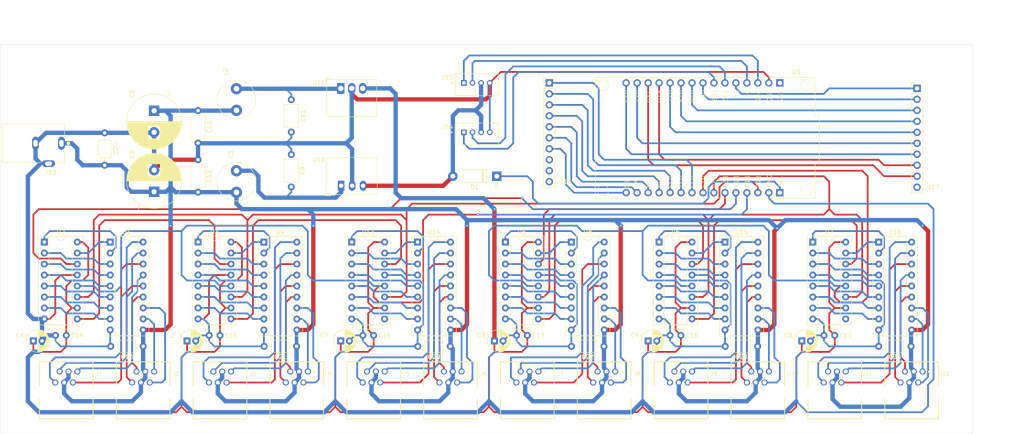
<source format=kicad_pcb>
(kicad_pcb (version 20240108) (generator "pcbnew") (generator_version "8.0")
  (layers (0 "F.Cu" signal) (31 "B.Cu" signal) (34 "B.Paste" user) (35 "F.Paste" user) (36 "B.SilkS" user "B.Silkscreen") (37 "F.SilkS" user "F.Silkscreen") (38 "B.Mask" user) (39 "F.Mask" user) (44 "Edge.Cuts" user))
  (net 0 "")
  (net 1 "Net-(U9-RX2)")
  (net 2 "Net-(U9-TX2)")
  (net 3 "+5V")
  (net 4 "GND")
  (net 5 "Net-(U1-I1)")
  (net 6 "Net-(U1-I2)")
  (net 7 "Net-(U1-I3)")
  (net 8 "Net-(U1-I4)")
  (net 9 "Net-(U1-I5)")
  (net 10 "Net-(U1-I6)")
  (net 11 "Net-(U1-I7)")
  (net 12 "Net-(U1-I8)")
  (net 13 "+15V")
  (net 14 "Net-(U1-O8)")
  (net 15 "Net-(U1-O7)")
  (net 16 "Net-(U1-O6)")
  (net 17 "Net-(U1-O5)")
  (net 18 "Net-(U1-O4)")
  (net 19 "Net-(U1-O3)")
  (net 20 "Net-(U1-O2)")
  (net 21 "Net-(U1-O1)")
  (net 22 "Net-(U2-QH')")
  (net 23 "+3.3V")
  (net 24 "SH_CP1 - Shift register clock")
  (net 25 "ST_CP1 - Storage register clock (latch)")
  (net 26 "DS1 - Serial data input")
  (net 27 "Net-(U3-QA)")
  (net 28 "Net-(U3-QB)")
  (net 29 "Net-(U3-QC)")
  (net 30 "Net-(U3-QD)")
  (net 31 "Net-(U3-QE)")
  (net 32 "Net-(U3-QF)")
  (net 33 "Net-(U3-QG)")
  (net 34 "Net-(U3-QH)")
  (net 35 "Net-(U4-O8)")
  (net 36 "Net-(U4-O7)")
  (net 37 "Net-(U4-O6)")
  (net 38 "Net-(U4-O5)")
  (net 39 "Net-(U4-O4)")
  (net 40 "Net-(U4-O3)")
  (net 41 "Net-(U4-O2)")
  (net 42 "Net-(U4-O1)")
  (net 43 "Net-(U5-QA)")
  (net 44 "Net-(U5-QB)")
  (net 45 "Net-(U5-QC)")
  (net 46 "Net-(U5-QD)")
  (net 47 "Net-(U5-QE)")
  (net 48 "Net-(U5-QF)")
  (net 49 "Net-(U5-QG)")
  (net 50 "Net-(U5-QH)")
  (net 51 "Net-(U8-O8)")
  (net 52 "Net-(U8-O7)")
  (net 53 "Net-(U8-O6)")
  (net 54 "Net-(U8-O5)")
  (net 55 "Net-(U8-O4)")
  (net 56 "Net-(U8-O3)")
  (net 57 "Net-(U8-O2)")
  (net 58 "Net-(U8-O1)")
  (net 59 "Net-(D1-K)")
  (net 60 "Net-(U9-D2)")
  (net 61 "Net-(U9-D15)")
  (net 62 "Net-(J16-Pin_3)")
  (net 63 "Net-(J16-Pin_7)")
  (net 66 "Net-(J16-Pin_1)")
  (net 68 "Net-(J16-Pin_4)")
  (net 69 "Net-(J16-Pin_2)")
  (net 70 "Net-(J16-Pin_5)")
  (net 71 "Net-(J16-Pin_6)")
  (net 72 "Net-(J17-Pin_4)")
  (net 73 "Net-(J17-Pin_2)")
  (net 74 "Net-(J17-Pin_8)")
  (net 75 "Net-(J17-Pin_3)")
  (net 76 "Net-(J17-Pin_5)")
  (net 77 "Net-(J17-Pin_6)")
  (net 78 "Net-(U10-IN)")
  (net 79 "Net-(U11-IN)")
  (net 80 "Net-(U13-QA)")
  (net 81 "Net-(U13-QB)")
  (net 82 "Net-(U13-QC)")
  (net 83 "Net-(U13-QD)")
  (net 84 "Net-(U13-QE)")
  (net 85 "Net-(U13-QF)")
  (net 86 "Net-(U13-QG)")
  (net 87 "Net-(U13-QH)")
  (net 88 "Net-(U14-O8)")
  (net 89 "Net-(U14-O7)")
  (net 90 "Net-(U14-O6)")
  (net 91 "Net-(U14-O5)")
  (net 92 "Net-(U14-O4)")
  (net 93 "Net-(U14-O3)")
  (net 94 "Net-(U14-O2)")
  (net 95 "Net-(U14-O1)")
  (net 96 "Net-(U15-I1)")
  (net 97 "Net-(U15-I2)")
  (net 98 "Net-(U15-I3)")
  (net 99 "Net-(U15-I4)")
  (net 100 "Net-(U15-I5)")
  (net 101 "Net-(U15-I6)")
  (net 102 "Net-(U15-I7)")
  (net 103 "Net-(U15-I8)")
  (net 104 "Net-(U15-O8)")
  (net 105 "Net-(U15-O7)")
  (net 106 "Net-(U15-O6)")
  (net 107 "Net-(U15-O5)")
  (net 108 "Net-(U15-O4)")
  (net 109 "Net-(U15-O3)")
  (net 110 "Net-(U15-O2)")
  (net 111 "Net-(U15-O1)")
  (net 112 "Net-(U16-I1)")
  (net 113 "Net-(U16-I2)")
  (net 114 "Net-(U16-I3)")
  (net 115 "Net-(U16-I4)")
  (net 116 "Net-(U16-I5)")
  (net 117 "Net-(U16-I6)")
  (net 118 "Net-(U16-I7)")
  (net 119 "Net-(U16-I8)")
  (net 120 "Net-(U16-O8)")
  (net 121 "Net-(U16-O7)")
  (net 122 "Net-(U16-O6)")
  (net 123 "Net-(U16-O5)")
  (net 124 "Net-(U16-O4)")
  (net 125 "Net-(U16-O3)")
  (net 126 "Net-(U16-O2)")
  (net 127 "Net-(U16-O1)")
  (net 129 "Net-(U13-SER)")
  (net 130 "Net-(U5-QH')")
  (net 131 "SH_CP2 - Shift register clock")
  (net 132 "ST_CP2 - Storage register clock (latch)")
  (net 133 "DS2 - Serial data input")
  (net 134 "Net-(U6-QH')")
  (net 137 "Net-(J17-Pin_7)")
  (net 138 "Net-(J17-Pin_1)")
  (net 139 "Net-(J17-Pin_9)")
  (footprint "Capacitor_THT:C_Axial_L3.8mm_D2.6mm_P7.50mm_Horizontal" (layer "F.Cu") (at 55.88 85.09 90)
    (property "Reference" "C24")
    (property "Value" "100n")
  )
  (footprint "Package_DIP:DIP-16_W7.62mm_Socket" (layer "F.Cu") (at 41.91 102.87)
    (property "Reference" "U2")
    (property "Value" "74HC595")
  )
  (footprint "ventilation:615006138421" (layer "F.Cu") (at 135.89 137.16)
    (property "Reference" "J6")
    (property "Value" "6P6C")
  )
  (footprint "ventilation:615006138421" (layer "F.Cu") (at 224.79 137.16)
    (property "Reference" "J11")
    (property "Value" "6P6C")
  )
  (footprint "Package_DIP:DIP-18_W7.62mm_Socket" (layer "F.Cu") (at 57.15 102.87)
    (property "Reference" "U1")
    (property "Value" "ULN2803A")
  )
  (footprint "Package_DIP:DIP-16_W7.62mm_Socket" (layer "F.Cu") (at 148.59 102.87)
    (property "Reference" "U5")
    (property "Value" "74HC595")
  )
  (footprint "ventilation:NodeMCU-32S 30 pins Ali" (layer "F.Cu") (at 196.85 78.994 180)
    (property "Reference" "U9")
    (property "Value" "~")
  )
  (footprint "Package_DIP:DIP-18_W7.62mm_Socket" (layer "F.Cu") (at 128.27 102.87)
    (property "Reference" "U14")
    (property "Value" "ULN2803A")
  )
  (footprint "Converter_DCDC:Converter_DCDC_RECOM_R-78E-0.5_THT" (layer "F.Cu") (at 110.583 89.8375)
    (property "Reference" "U10")
    (property "Value" "R-78E5.0-1.0")
  )
  (footprint "Capacitor_THT:CP_Radial_D5.0mm_P2.00mm" (layer "F.Cu") (at 39.37 125.73)
    (property "Reference" "C1")
    (property "Value" "10u")
  )
  (footprint "Capacitor_THT:C_Axial_L3.8mm_D2.6mm_P7.50mm_Horizontal" (layer "F.Cu") (at 64.77 127 180)
    (property "Reference" "C13")
    (property "Value" "100n")
  )
  (footprint "MountingHole:MountingHole_3.2mm_M3" (layer "F.Cu") (at 252.73 143.51)
    (property "Reference" "H1" (hide yes))
    (property "Value" "MountingHole" (hide yes))
  )
  (footprint "Capacitor_THT:C_Disc_D3.8mm_W2.6mm_P2.50mm" (layer "F.Cu") (at 82.55 124.46 180)
    (property "Reference" "C15")
    (property "Value" "100n")
  )
  (footprint "Capacitor_THT:C_Axial_L5.1mm_D3.1mm_P7.50mm_Horizontal" (layer "F.Cu") (at 99.06 69.91 -90)
    (property "Reference" "C11")
    (property "Value" "4.7u")
  )
  (footprint "Capacitor_THT:C_Axial_L3.8mm_D2.6mm_P7.50mm_Horizontal" (layer "F.Cu") (at 206.95 127 180)
    (property "Reference" "C23")
    (property "Value" "100n")
  )
  (footprint "MountingHole:MountingHole_3.2mm_M3" (layer "F.Cu") (at 252.73 60.96)
    (property "Reference" "H2" (hide yes))
    (property "Value" "MountingHole" (hide yes))
  )
  (footprint "ventilation:615006138421" (layer "F.Cu") (at 171.45 137.16)
    (property "Reference" "J8")
    (property "Value" "6P6C")
  )
  (footprint "Capacitor_THT:C_Disc_D3.8mm_W2.6mm_P2.50mm" (layer "F.Cu") (at 118.11 124.46 180)
    (property "Reference" "C16")
    (property "Value" "100n")
  )
  (footprint "Capacitor_THT:C_Axial_L3.8mm_D2.6mm_P7.50mm_Horizontal" (layer "F.Cu") (at 242.45 127 180)
    (property "Reference" "C25")
    (property "Value" "100n")
  )
  (footprint "Capacitor_THT:CP_Radial_D12.5mm_P5.00mm" (layer "F.Cu") (at 67.31 72.47 -90)
    (property "Reference" "C5")
    (property "Value" "1000u")
  )
  (footprint "Capacitor_THT:C_Axial_L3.8mm_D2.6mm_P7.50mm_Horizontal" (layer "F.Cu") (at 171.39 127 180)
    (property "Reference" "C22")
    (property "Value" "100n")
  )
  (footprint "Converter_DCDC:Converter_DCDC_RECOM_R-78B-2.0_THT" (layer "F.Cu") (at 110.49 67.31)
    (property "Reference" "U11")
    (property "Value" "R-78B3.3-2.0")
  )
  (footprint "ventilation:615006138421" (layer "F.Cu") (at 100.33 137.16)
    (property "Reference" "J4")
    (property "Value" "6P6C")
  )
  (footprint "ventilation:615006138421" (layer "F.Cu") (at 118.11 137.16)
    (property "Reference" "J5")
    (property "Value" "6P6C")
  )
  (footprint "ventilation:CUI_PJ-102BH" (layer "F.Cu") (at 39.37 80.01 180)
    (property "Reference" "J13")
    (property "Value" "PJ-102BH")
  )
  (footprint "Capacitor_THT:CP_Radial_D5.0mm_P2.00mm" (layer "F.Cu") (at 110.49 125.73)
    (property "Reference" "C7")
    (property "Value" "10u")
  )
  (footprint "Capacitor_THT:CP_Radial_D5.0mm_P2.00mm" (layer "F.Cu") (at 146.05 125.73)
    (property "Reference" "C3")
    (property "Value" "10u")
  )
  (footprint "ventilation:615006138421" (layer "F.Cu") (at 207.01 137.16)
    (property "Reference" "J10")
    (property "Value" "6P6C")
  )
  (footprint "Inductor_THT:L_Radial_D8.7mm_P5.00mm_Fastron_07HCP" (layer "F.Cu") (at 86.36 91.36 90)
    (property "Reference" "L3")
    (property "Value" "68u")
  )
  (footprint "ventilation:615006138421" (layer "F.Cu") (at 242.57 137.16)
    (property "Reference" "J12")
    (property "Value" "6P6C")
  )
  (footprint "Package_DIP:DIP-18_W7.62mm_Socket" (layer "F.Cu") (at 199.4 102.88)
    (property "Reference" "U15")
    (property "Value" "ULN2803A")
  )
  (footprint "Capacitor_THT:CP_Radial_D5.0mm_P2.00mm" (layer "F.Cu") (at 74.93 125.73)
    (property "Reference" "C2")
    (property "Value" "10u")
  )
  (footprint "Capacitor_THT:C_Disc_D3.8mm_W2.6mm_P2.50mm" (layer "F.Cu") (at 153.67 124.46 180)
    (property "Reference" "C17")
    (property "Value" "100n")
  )
  (footprint "Package_DIP:DIP-16_W7.62mm_Socket" (layer "F.Cu") (at 219.71 102.87)
    (property "Reference" "U7")
    (property "Value" "74HC595")
  )
  (footprint "ventilation:615006138421" (layer "F.Cu") (at 153.67 137.16)
    (property "Reference" "J7")
    (property "Value" "6P6C")
  )
  (footprint "Inductor_THT:L_Radial_D8.7mm_P5.00mm_Fastron_07HCP" (layer "F.Cu") (at 86.36 72.39 90)
    (property "Reference" "L2")
    (property "Value" "10u")
  )
  (footprint "Package_DIP:DIP-18_W7.62mm_Socket" (layer "F.Cu") (at 234.96 102.88)
    (property "Reference" "U16")
    (property "Value" "ULN2803A")
  )
  (footprint "ventilation:SEEED_110990030" (layer "F.Cu") (at 141.97 77.47)
    (property "Reference" "J14")
    (property "Value" "SCD40 sensor1")
  )
  (footprint "Capacitor_THT:C_Axial_L5.1mm_D3.1mm_P7.50mm_Horizontal" (layer "F.Cu") (at 99.06 90.11 90)
    (property "Reference" "C9")
    (property "Value" "2.2u")
  )
  (footprint "Capacitor_THT:CP_Radial_D5.0mm_P2.00mm" (layer "F.Cu") (at 181.61 125.73)
    (property "Reference" "C4")
    (property "Value" "10u")
  )
  (footprint "Capacitor_THT:C_Axial_L3.8mm_D2.6mm_P7.50mm_Horizontal" (layer "F.Cu") (at 100.27 127 180)
    (property "Reference" "C21")
    (property "Value" "100n")
  )
  (footprint "Package_DIP:DIP-16_W7.62mm_Socket" (layer "F.Cu") (at 184.15 102.87)
    (property "Reference" "U6")
    (property "Value" "74HC595")
  )
  (footprint "Diode_THT:D_DO-41_SOD81_P10.16mm_Horizontal" (layer "F.Cu") (at 146.59 87.63 180)
    (property "Reference" "D1")
    (property "Value" "1N5818")
  )
  (footprint "Connector_PinHeader_2.54mm:PinHeader_1x10_P2.54mm_Vertical" (layer "F.Cu") (at 243.84 67.31)
    (property "Reference" "J17")
    (property "Value" "Conn_01x10")
  )
  (footprint "Package_DIP:DIP-16_W7.62mm_Socket" (layer "F.Cu") (at 77.48 102.86)
    (property "Reference" "U3")
    (property "Value" "74HC595")
  )
  (footprint "MountingHole:MountingHole_3.2mm_M3" (layer "F.Cu") (at 35.56 60.96)
    (property "Reference" "H4" (hide yes))
    (property "Value" "MountingHole" (hide yes))
  )
  (footprint "MountingHole:MountingHole_3.2mm_M3" (layer "F.Cu") (at 35.56 143.51)
    (property "Reference" "H3" (hide yes))
    (property "Value" "MountingHole" (hide yes))
  )
  (footprint "ventilation:615006138421" (layer "F.Cu") (at 82.55 137.16)
    (property "Reference" "J3")
    (property "Value" "6P6C")
  )
  (footprint "Capacitor_THT:CP_Radial_D12.5mm_P5.00mm" (layer "F.Cu") (at 67.31 91.223959 90)
    (property "Reference" "C6")
    (property "Value" "1000u")
  )
  (footprint "Package_DIP:DIP-18_W7.62mm_Socket" (layer "F.Cu") (at 163.84 102.87)
    (property "Reference" "U8")
    (property "Value" "ULN2803A")
  )
  (footprint "Connector_PinHeader_2.54mm:PinHeader_1x10_P2.54mm_Vertical" (layer "F.Cu") (at 158.75 66.04)
    (property "Reference" "J16")
    (property "Value" "Conn_01x10")
  )
  (footprint "Capacitor_THT:C_Axial_L5.1mm_D3.1mm_P7.50mm_Horizontal" (layer "F.Cu") (at 77.47 72.45 -90)
    (property "Reference" "C10")
    (property "Value" "10u")
  )
  (footprint "ventilation:615006138421" (layer "F.Cu") (at 46.99 137.16)
    (property "Reference" "J1")
    (property "Value" "6P6C")
  )
  (footprint "Capacitor_THT:C_Axial_L5.1mm_D3.1mm_P7.50mm_Horizontal" (layer "F.Cu") (at 77.47 91.32 90)
    (property "Reference" "C12")
    (property "Value" "10u")
  )
  (footprint "Capacitor_THT:C_Disc_D3.8mm_W2.6mm_P2.50mm" (layer "F.Cu") (at 189.19 124.46 180)
    (property "Reference" "C18")
    (property "Value" "100n")
  )
  (footprint "Package_DIP:DIP-16_W7.62mm_Socket" (layer "F.Cu") (at 113.03 102.87)
    (property "Reference" "U13")
    (property "Value" "74HC595")
  )
  (footprint "ventilation:615006138421" (layer "F.Cu") (at 189.23 137.16)
    (property "Reference" "J9")
    (property "Value" "6P6C")
  )
  (footprint "Package_DIP:DIP-18_W7.62mm_Socket" (layer "F.Cu") (at 92.71 102.88)
    (property "Reference" "U4")
    (property "Value" "ULN2803A")
  )
  (footprint "Capacitor_THT:C_Disc_D3.8mm_W2.6mm_P2.50mm" (layer "F.Cu") (at 46.99 124.46 180)
    (property "Reference" "C14")
    (property "Value" "100n")
  )
  (footprint "Capacitor_THT:CP_Radial_D5.0mm_P2.00mm" (layer "F.Cu") (at 217.17 125.73)
    (property "Reference" "C8")
    (property "Value" "10u")
  )
  (footprint "ventilation:SEEED_110990030" (layer "F.Cu") (at 141.97 66.04)
    (property "Reference" "J15")
    (property "Value" "SCD40 sensor2")
  )
  (footprint "ventilation:615006138421" (layer "F.Cu") (at 64.77 137.16)
    (property "Reference" "J2")
    (property "Value" "6P6C")
  )
  (footprint "Capacitor_THT:C_Disc_D3.8mm_W2.6mm_P2.50mm" (layer "F.Cu") (at 224.79 124.46 180)
    (property "Reference" "C19")
    (property "Value" "100n")
  )
  (footprint "Capacitor_THT:C_Axial_L3.8mm_D2.6mm_P7.50mm_Horizontal" (layer "F.Cu") (at 135.83 127 180)
    (property "Reference" "C20")
    (property "Value" "100n")
  )
  (gr_rect (start 31.75 57.15) (end 256.75 147.15) (stroke (width 0.05)) (fill none) (layer "Edge.Cuts"))
  (gr_text "D13" (at 206.502 87.376 -90) (layer "F.SilkS") (effects (font (size 1 1) (thickness 0.1)) (justify left bottom)))
  (segment (start 140.97 78.74) (end 142.24 80.01) (width 0.4) (layer "B.Cu") (net 1))
  (segment (start 148.59 78.74) (end 148.59 64.04) (width 0.4) (layer "B.Cu") (net 1))
  (segment (start 147.32 80.01) (end 148.59 78.74) (width 0.4) (layer "B.Cu") (net 1))
  (segment (start 140.97 77.47) (end 140.97 78.74) (width 0.4) (layer "B.Cu") (net 1))
  (segment (start 198.12 62.23) (end 199.39 63.5) (width 0.4) (layer "B.Cu") (net 1))
  (segment (start 142.24 80.01) (end 147.32 80.01) (width 0.4) (layer "B.Cu") (net 1))
  (segment (start 150.4 62.23) (end 198.12 62.23) (width 0.4) (layer "B.Cu") (net 1))
  (segment (start 148.59 64.04) (end 150.4 62.23) (width 0.4) (layer "B.Cu") (net 1))
  (segment (start 199.39 63.5) (end 199.39 66.04) (width 0.4) (layer "B.Cu") (net 1))
  (segment (start 138.97 80.01) (end 140.24 81.28) (width 0.4) (layer "B.Cu") (net 2))
  (segment (start 195.58 63.5) (end 196.85 64.77) (width 0.4) (layer "B.Cu") (net 2))
  (segment (start 138.97 77.47) (end 138.97 80.01) (width 0.4) (layer "B.Cu") (net 2))
  (segment (start 140.24 81.28) (end 149.13 81.28) (width 0.4) (layer "B.Cu") (net 2))
  (segment (start 151.67 63.5) (end 195.58 63.5) (width 0.4) (layer "B.Cu") (net 2))
  (segment (start 149.13 81.28) (end 150.4 80.01) (width 0.4) (layer "B.Cu") (net 2))
  (segment (start 150.4 80.01) (end 150.4 64.77) (width 0.4) (layer "B.Cu") (net 2))
  (segment (start 196.85 64.77) (end 196.85 66.04) (width 0.4) (layer "B.Cu") (net 2))
  (segment (start 150.4 64.77) (end 151.67 63.5) (width 0.4) (layer "B.Cu") (net 2))
  (segment (start 115.663 89.8375) (end 134.2225 89.8375) (width 1) (layer "F.Cu") (net 3))
  (segment (start 134.2225 89.8375) (end 136.43 87.63) (width 1) (layer "F.Cu") (net 3))
  (segment (start 136.43 73.66) (end 137.7 72.39) (width 1) (layer "B.Cu") (net 3))
  (segment (start 141.7 72.39) (end 142.97 73.66) (width 1) (layer "B.Cu") (net 3))
  (segment (start 141.7 72.39) (end 142.97 71.12) (width 1) (layer "B.Cu") (net 3))
  (segment (start 142.97 66.04) (end 142.97 71.12) (width 1) (layer "B.Cu") (net 3))
  (segment (start 142.97 73.66) (end 142.97 77.47) (width 1) (layer "B.Cu") (net 3))
  (segment (start 137.7 72.39) (end 141.7 72.39) (width 1) (layer "B.Cu") (net 3))
  (segment (start 136.43 87.63) (end 136.43 73.66) (width 1) (layer "B.Cu") (net 3))
  (segment (start 81.28 110.49) (end 82.55 110.49) (width 0.4) (layer "F.Cu") (net 4))
  (segment (start 209.55 64.77) (end 209.55 66.04) (width 0.4) (layer "F.Cu") (net 4))
  (segment (start 147.51 63.5) (end 144.97 66.04) (width 0.4) (layer "F.Cu") (net 4))
  (segment (start 80.01 111.76) (end 81.28 110.49) (width 0.4) (layer "F.Cu") (net 4))
  (segment (start 43.18 120.65) (end 44.45 119.38) (width 0.4) (layer "F.Cu") (net 4))
  (segment (start 113.03 68.58) (end 113.03 67.31) (width 1) (layer "F.Cu") (net 4))
  (segment (start 144.97 68.93) (end 144.05 69.85) (width 1) (layer "F.Cu") (net 4))
  (segment (start 67.31 86.223959) (end 69.713959 83.82) (width 1) (layer "F.Cu") (net 4))
  (segment (start 147.51 63.5) (end 208.28 63.5) (width 0.4) (layer "F.Cu") (net 4))
  (segment (start 144.97 66.04) (end 144.97 68.93) (width 1) (layer "F.Cu") (net 4))
  (segment (start 82.56 110.48) (end 85.1 110.48) (width 0.4) (layer "F.Cu") (net 4))
  (segment (start 80.01 119.38) (end 80.01 111.76) (width 0.4) (layer "F.Cu") (net 4))
  (segment (start 69.713959 83.82) (end 77.47 83.82) (width 1) (layer "F.Cu") (net 4))
  (segment (start 45.72 110.49) (end 44.45 111.76) (width 0.4) (layer "F.Cu") (net 4))
  (segment (start 78.73 120.64) (end 78.74 120.65) (width 0.4) (layer "F.Cu") (net 4))
  (segment (start 44.45 111.76) (end 44.45 119.38) (width 0.4) (layer "F.Cu") (net 4))
  (segment (start 82.55 110.49) (end 82.56 110.48) (width 0.4) (layer "F.Cu") (net 4))
  (segment (start 114.3 69.85) (end 113.03 68.58) (width 1) (layer "F.Cu") (net 4))
  (segment (start 78.74 120.65) (end 80.01 119.38) (width 0.4) (layer "F.Cu") (net 4))
  (segment (start 144.05 69.85) (end 114.3 69.85) (width 1) (layer "F.Cu") (net 4))
  (segment (start 43.18 120.65) (end 41.91 120.65) (width 0.4) (layer "F.Cu") (net 4))
  (segment (start 77.48 120.64) (end 78.73 120.64) (width 0.4) (layer "F.Cu") (net 4))
  (segment (start 49.53 110.49) (end 45.72 110.49) (width 0.4) (layer "F.Cu") (net 4))
  (segment (start 208.28 63.5) (end 209.55 64.77) (width 0.4) (layer "F.Cu") (net 4))
  (segment (start 111.76 128.27) (end 110.49 128.27) (width 0.4) (layer "B.Cu") (net 4))
  (segment (start 128.697057 111.76) (end 129.54 112.602943) (width 0.4) (layer "B.Cu") (net 4))
  (segment (start 151.17 124.46) (end 151.17 125.69) (width 0.4) (layer "B.Cu") (net 4))
  (segment (start 80.05 125.77) (end 80.05 124.46) (width 0.4) (layer "B.Cu") (net 4))
  (segment (start 120.65 110.49) (end 124.46 110.49) (width 0.4) (layer "B.Cu") (net 4))
  (segment (start 42.29 77.59) (end 39.87 80.01) (width 1) (layer "B.Cu") (net 4))
  (segment (start 111.76 80.01) (end 113.123 81.373) (width 1) (layer "B.Cu") (net 4))
  (segment (start 78.2 124.46) (end 76.93 125.73) (width 0.4) (layer "B.Cu") (net 4))
  (segment (start 151.17 124.46) (end 151.17 121.96) (width 0.4) (layer "B.Cu") (net 4))
  (segment (start 151.17 124.46) (end 149.32 124.46) (width 0.4) (layer "B.Cu") (net 4))
  (segment (start 144.78 129.54) (end 144.78 139.7) (width 0.4) (layer "B.Cu") (net 4))
  (segment (start 57.15 123.19) (end 57.15 126.88) (width 0.4) (layer "B.Cu") (net 4))
  (segment (start 222.29 124.46) (end 220.44 124.46) (width 0.4) (layer "B.Cu") (net 4))
  (segment (start 67.19 77.59) (end 67.31 77.47) (width 1) (layer "B.Cu") (net 4))
  (segment (start 215.9 139.7) (end 215.9 129.54) (width 0.4) (layer "B.Cu") (net 4))
  (segment (start 234.96 123.2) (end 234.96 126.99) (width 0.4) (layer "B.Cu") (net 4))
  (segment (start 42.87 84.71) (end 41.02 84.71) (width 0.4) (layer "B.Cu") (net 4))
  (segment (start 99.06 77.41) (end 99.06 78.74) (width 0.4) (layer "B.Cu") (net 4))
  (segment (start 149.32 124.46) (end 148.05 125.73) (width 0.4) (layer "B.Cu") (net 4))
  (segment (start 234.96 126.99) (end 234.95 127) (width 0.4) (layer "B.Cu") (net 4))
  (segment (start 42.29 77.59) (end 55.88 77.59) (width 1) (layer "B.Cu") (net 4))
  (segment (start 111.76 80.01) (end 113.03 78.74) (width 1) (layer "B.Cu") (net 4))
  (segment (start 113.76 124.46) (end 115.61 124.46) (width 0.4) (layer "B.Cu") (net 4))
  (segment (start 219.17 127.54) (end 219.17 125.73) (width 0.4) (layer "B.Cu") (net 4))
  (segment (start 246.38 93.98) (end 210.82 93.98) (width 0.4) (layer "B.Cu") (net 4))
  (segment (start 76.2 128.27) (end 74.93 128.27) (width 0.4) (layer "B.Cu") (net 4))
  (segment (start 110.49 128.27) (end 109.22 129.54) (width 0.4) (layer "B.Cu") (net 4))
  (segment (start 180.34 139.7) (end 182.88 142.24) (width 1) (layer "B.Cu") (net 4))
  (segment (start 152.4 127) (end 163.89 127) (width 0.4) (layer "B.Cu") (net 4))
  (segment (start 109.22 139.7) (end 111.76 142.24) (width 1) (layer "B.Cu") (net 4))
  (segment (start 109.22 129.54) (end 109.22 139.7) (width 0.4) (layer "B.Cu") (net 4))
  (segment (start 92.71 123.2) (end 92.71 126.94) (width 0.4) (layer "B.Cu") (net 4))
  (segment (start 74.93 128.27) (end 73.66 129.54) (width 0.4) (layer "B.Cu") (net 4))
  (segment (start 195.58 110.49) (end 196.85 111.76) (width 0.4) (layer "B.Cu") (net 4))
  (segment (start 148.05 125.73) (end 148.05 127.54) (width 0.4) (layer "B.Cu") (net 4))
  (segment (start 180.34 129.54) (end 180.34 139.7) (width 0.4) (layer "B.Cu") (net 4))
  (segment (start 39.37 128.27) (end 38.1 129.54) (width 1) (layer "B.Cu") (net 4))
  (segment (start 186.69 125.73) (end 186.69 124.46) (width 0.4) (layer "B.Cu") (net 4))
  (segment (start 227.33 110.49) (end 231.14 110.49) (width 0.4) (layer "B.Cu") (net 4))
  (segment (start 234.95 127) (end 223.52 127) (width 0.4) (layer "B.Cu") (net 4))
  (segment (start 187.96 127) (end 186.69 125.73) (width 0.4) (layer "B.Cu") (net 4))
  (segment (start 41.37 121.19) (end 41.91 120.65) (width 1) (layer "B.Cu") (net 4))
  (segment (start 128.27 126.94) (end 128.27 123.19) (width 0.4) (layer "B.Cu") (net 4))
  (segment (start 146.05 128.27) (end 144.78 129.54) (width 0.4) (layer "B.Cu") (net 4))
  (segment (start 39.87 83.56) (end 41.02 84.71) (width 1) (layer "B.Cu") (net 4))
  (segment (start 80.01 121.92) (end 80.01 123.19) (width 0.4) (layer "B.Cu") (net 4))
  (segment (start 222.29 124.46) (end 222.29 121.96) (width 0.4) (layer "B.Cu") (net 4))
  (segment (start 246.38 140.82) (end 246.38 135.89) (width 0.4) (layer "B.Cu") (net 4))
  (segment (start 99.06 81.28) (end 97.79 80.01) (width 0.4) (layer "B.Cu") (net 4))
  (segment (start 200.66 112.602943) (end 200.66 121.94) (width 0.4) (layer "B.Cu") (net 4))
  (segment (start 99.06 82.61) (end 99.06 81.28) (width 0.4) (layer "B.Cu") (net 4))
  (segment (start 247.65 134.62) (end 247.65 95.25) (width 0.4) (layer "B.Cu") (net 4))
  (segment (start 77.48 120.64) (end 78.73 120.64) (width 0.4) (layer "B.Cu") (net 4))
  (segment (start 165.1 112.592943) (end 164.267057 111.76) (width 0.4) (layer "B.Cu") (net 4))
  (segment (start 76.93 125.73) (end 76.93 127.54) (width 0.4) (layer "B.Cu") (net 4))
  (segment (start 44.49 125.77) (end 45.72 127) (width 0.4) (layer "B.Cu") (net 4))
  (segment (start 129.54 112.602943) (end 129.54 121.92) (width 0.4) (layer "B.Cu") (net 4))
  (segment (start 106.68 142.24) (end 76.2 142.24) (width 1) (layer "B.Cu") (net 4))
  (segment (start 223.52 127) (end 222.29 125.77) (width 0.4) (layer "B.Cu") (net 4))
  (segment (start 182.88 128.27) (end 181.61 128.27) (width 0.4) (layer "B.Cu") (net 4))
  (segment (start 128.33 127) (end 128.27 126.94) (width 0.4) (layer "B.Cu") (net 4))
  (segment (start 112.49 125.73) (end 113.76 124.46) (width 0.4) (layer "B.Cu") (net 4))
  (segment (start 160.02 110.49) (end 156.21 110.49) (width 0.4) (layer "B.Cu") (net 4))
  (segment (start 111.76 142.24) (end 142.24 142.24) (width 1) (layer "B.Cu") (net 4))
  (segment (start 77.53 80.01) (end 97.79 80.01) (width 1) (layer "B.Cu") (net 4))
  (segment (start 199.4 123.2) (end 199.4 126.95) (width 0.4) (layer "B.Cu") (net 4))
  (segment (start 165.1 121.93) (end 165.1 112.592943) (width 0.4) (layer "B.Cu") (net 4))
  (segment (start 45.72 127) (end 57.27 127) (width 0.4) (layer "B.Cu") (net 4))
  (segment (start 142.24 142.24) (end 144.78 139.7) (width 1) (layer "B.Cu") (net 4))
  (segment (start 115.61 124.46) (end 115.61 121.96) (width 0.4) (layer "B.Cu") (net 4))
  (segment (start 115.61 124.46) (end 115.61 125.69) (width 0.4) (layer "B.Cu") (net 4))
  (segment (start 77.47 79.95) (end 77.53 80.01) (width 0.4) (layer "B.Cu") (net 4))
  (segment (start 109.22 139.7) (end 106.68 142.24) (width 1) (layer "B.Cu") (net 4))
  (segment (start 73.66 129.54) (end 73.66 139.7) (width 0.4) (layer "B.Cu") (net 4))
  (segment (start 113.123 81.373) (end 113.123 89.8375) (width 1) (layer "B.Cu") (net 4))
  (segment (start 115.57 125.73) (end 116.84 127) (width 0.4) (layer "B.Cu") (net 4))
  (segment (start 217.17 128.27) (end 218.44 128.27) (width 0.4) (layer "B.Cu") (net 4))
  (segment (start 44.49 124.46) (end 42.64 124.46) (width 1) (layer "B.Cu") (net 4))
  (segment (start 78.73 120.64) (end 80.01 121.92) (width 0.4) (layer "B.Cu") (net 4))
  (segment (start 115.61 121.96) (end 114.3 120.65) (width 0.4) (layer "B.Cu") (net 4))
  (segment (start 71.12 142.24) (end 73.66 139.7) (width 1) (layer "B.Cu") (net 4))
  (segment (start 177.8 142.24) (end 180.34 139.7) (width 1) (layer "B.Cu") (net 4))
  (segment (start 113.03 78.74) (end 113.03 67.31) (width 1) (layer "B.Cu") (net 4))
  (segment (start 147.32 128.27) (end 146.05 128.27) (width 0.4) (layer "B.Cu") (net 4))
  (segment (start 185.42 120.65) (end 184.15 120.65) (width 0.4) (layer "B.Cu") (net 4))
  (segment (start 232.41 111.76) (end 235.377057 111.76) (width 0.4) (layer "B.Cu") (net 4))
  (segment (start 80.05 123.23) (end 80.05 124.46) (width 0.4) (layer "B.Cu") (net 4))
  (segment (start 151.13 125.73) (end 152.4 127) (width 0.4) (layer "B.Cu") (net 4))
  (segment (start 163.84 123.19) (end 165.1 121.93) (width 0.4) (layer "B.Cu") (net 4))
  (segment (start 220.98 120.65) (end 219.71 120.65) (width 0.4) (layer "B.Cu") (net 4))
  (segment (start 213.36 142.24) (end 215.9 139.7) (width 1) (layer "B.Cu") (net 4))
  (segment (start 151.17 125.69) (end 151.13 125.73) (width 0.4) (layer "B.Cu") (net 4))
  (segment (start 183.61 125.73) (end 183.61 127.54) (width 0.4) (layer "B.Cu") (net 4))
  (segment (start 183.61 127.54) (end 182.88 128.27) (width 0.4) (layer "B.Cu") (net 4))
  (segment (start 41.37 125.73) (end 41.37 127.54) (width 1) (layer "B.Cu") (net 4))
  (segment (start 38.1 129.54) (end 38.1 139.7) (width 1) (layer "B.Cu") (net 4))
  (segment (start 41.37 125.73) (end 41.37 121.19) (width 1) (layer "B.Cu") (net 4))
  (segment (start 184.88 124.46) (end 183.61 125.73) (width 0.4) (layer "B.Cu") (net 4))
  (segment (start 92.71 126.94) (end 92.77 127) (width 0.4) (layer "B.Cu") (net 4))
  (segment (start 76.93 127.54) (end 76.2 128.27) (width 0.4) (layer "B.Cu") (net 4))
  (segment (start 41.91 120.65) (end 39.37 120.65) (width 1) (layer "B.Cu") (net 4))
  (segment (start 186.69 121.92) (end 185.42 120.65) (width 0.4) (layer "B.Cu") (net 4))
  (segment (start 222.29 121.96) (end 220.98 120.65) (width 0.4) (layer "B.Cu") (net 4))
  (segment (start 77.47 83.82) (end 77.47 79.95) (width 1) (layer "B.Cu") (net 4))
  (segment (start 112.49 127.54) (end 111.76 128.27) (width 0.4) (layer "B.Cu") (net 4))
  (segment (start 199.4 126.95) (end 199.45 127) (width 0.4) (layer "B.Cu") (net 4))
  (segment (start 38.1 87.63) (end 38.1 119.38) (width 1) (layer "B.Cu") (net 4))
  (segment (start 67.31 86.223959) (end 67.31 77.47) (width 1) (layer "B.Cu") (net 4))
  (segment (start 246.38 135.89) (end 247.65 134.62) (width 0.4) (layer "B.Cu") (net 4))
  (segment (start 164.267057 111.76) (end 161.29 111.76) (width 0.4) (layer "B.Cu") (net 4))
  (segment (start 200.66 121.94) (end 199.4 123.2) (width 0.4) (layer "B.Cu") (net 4))
  (segment (start 99.06 78.74) (end 97.79 80.01) (width 0.4) (layer "B.Cu") (net 4))
  (segment (start 76.2 142.24) (end 73.66 139.7) (width 1) (layer "B.Cu") (net 4))
  (segment (start 186.69 124.46) (end 186.69 121.92) (width 0.4) (layer "B.Cu") (net 4))
  (segment (start 40.64 142.24) (end 71.12 142.24) (width 1) (layer "B.Cu") (net 4))
  (segment (start 81.28 127) (end 80.05 125.77) (width 0.4) (layer "B.Cu") (net 4))
  (segment (start 41.02 84.71) (end 38.1 87.63) (width 1) (layer "B.Cu") (net 4))
  (segment (start 218.44 128.27) (end 219.17 127.54) (width 0.4) (layer "B.Cu") (net 4))
  (segment (start 209.55 92.71) (end 209.55 91.44) (width 0.4) (layer "B.Cu") (net 4))
  (segment (start 149.86 120.65) (end 148.59 120.65) (width 0.4) (layer "B.Cu") (net 4))
  (segment (start 41.37 127.54) (end 40.64 128.27) (width 1) (layer "B.Cu") (net 4))
  (segment (start 39.87 80.01) (end 39.87 83.56) (width 1) (layer "B.Cu") (net 4))
  (segment (start 199.45 127) (end 187.96 127) (width 0.4) (layer "B.Cu") (net 4))
  (segment (start 38.1 139.7) (end 40.64 142.24) (width 1) (layer "B.Cu") (net 4))
  (segment (start 215.9 139.7) (end 218.44 142.24) (width 0.4) (layer "B.Cu") (net 4))
  (segment (start 244.96 142.24) (end 246.38 140.82) (width 0.4) (layer "B.Cu") (net 4))
  (segment (start 247.65 95.25) (end 246.38 93.98) (width 0.4) (layer "B.Cu") (net 4))
  (segment (start 44.49 124.46) (end 44.49 125.77) (width 0.4) (layer "B.Cu") (net 4))
  (segment (start 124.46 110.49) (end 125.73 111.76) (width 0.4) (layer "B.Cu") (net 4))
  (segment (start 215.9 129.54) (end 217.17 128.27) (width 0.4) (layer "B.Cu") (net 4))
  (segment (start 222.29 125.77) (end 222.29 124.46) (width 0.4) (layer "B.Cu") (net 4))
  (segment (start 55.88 77.59) (end 67.19 77.59) (width 1) (layer "B.Cu") (net 4))
  (segment (start 235.377057 111.76) (end 236.22 112.602943) (width 0.4) (layer "B.Cu") (net 4))
  (segment (start 40.64 128.27) (end 39.37 128.27) (width 1) (layer "B.Cu") (net 4))
  (segment (start 144.78 139.7) (end 147.32 142.24) (width 1) (layer "B.Cu") (net 4))
  (segment (start 181.61 128.27) (end 180.34 129.54) (width 0.4) (layer "B.Cu") (net 4))
  (segment (start 80.01 123.19) (end 80.05 123.23) (width 0.4) (layer "B.Cu") (net 4))
  (segment (start 199.817057 111.76) (end 200.66 112.602943) (width 0.4) (layer "B.Cu") (net 4))
  (segment (start 128.27 123.19) (end 129.54 121.92) (width 0.4) (layer "B.Cu") (net 4))
  (segment (start 236.22 121.94) (end 234.96 123.2) (width 0.4) (layer "B.Cu") (net 4))
  (segment (start 57.15 126.88) (end 57.27 127) (width 0.4) (layer "B.Cu") (net 4))
  (segment (start 210.82 93.98) (end 209.55 92.71) (width 0.4) (layer "B.Cu") (net 4))
  (segment (start 80.05 124.46) (end 78.2 124.46) (width 0.4) (layer "B.Cu") (net 4))
  (segment (start 112.49 125.73) (end 112.49 127.54) (width 0.4) (layer "B.Cu") (net 4))
  (segment (start 92.77 127) (end 81.28 127) (width 0.4) (layer "B.Cu") (net 4))
  (segment (start 236.22 112.602943) (end 236.22 121.94) (width 0.4) (layer "B.Cu") (net 4))
  (segment (start 218.44 142.24) (end 244.96 142.24) (width 0.4) (layer "B.Cu") (net 4))
  (segment (start 116.84 127) (end 128.33 127) (width 0.4) (layer "B.Cu") (net 4))
  (segment (start 151.17 121.96) (end 149.86 120.65) (width 0.4) (layer "B.Cu") (net 4))
  (segment (start 97.79 80.01) (end 111.76 80.01) (width 1) (layer "B.Cu") (net 4))
  (segment (start 182.88 142.24) (end 213.36 142.24) (width 1) (layer "B.Cu") (net 4))
  (segment (start 42.64 124.46) (end 41.37 125.73) (width 1) (layer "B.Cu") (net 4))
  (segment (start 39.37 120.65) (end 38.1 119.38) (width 1) (layer "B.Cu") (net 4))
  (segment (start 147.32 142.24) (end 177.8 142.24) (width 1) (layer "B.Cu") (net 4))
  (segment (start 148.05 127.54) (end 147.32 128.27) (width 0.4) (layer "B.Cu") (net 4))
  (segment (start 186.69 124.46) (end 184.88 124.46) (width 0.4) (layer "B.Cu") (net 4))
  (segment (start 113.03 120.65) (end 114.3 120.65) (width 0.4) (layer "B.Cu") (net 4))
  (segment (start 125.73 111.76) (end 128.697057 111.76) (width 0.4) (layer "B.Cu") (net 4))
  (segment (start 196.85 111.76) (end 199.817057 111.76) (width 0.4) (layer "B.Cu") (net 4))
  (segment (start 115.61 125.69) (end 115.57 125.73) (width 0.4) (layer "B.Cu") (net 4))
  (segment (start 191.77 110.49) (end 195.58 110.49) (width 0.4) (layer "B.Cu") (net 4))
  (segment (start 163.89 127) (end 163.84 126.95) (width 0.4) (layer "B.Cu") (net 4))
  (segment (start 144.97 66.04) (end 144.97 77.47) (width 0.4) (layer "B.Cu") (net 4))
  (segment (start 161.29 111.76) (end 160.02 110.49) (width 0.4) (layer "B.Cu") (net 4))
  (segment (start 231.14 110.49) (end 232.41 111.76) (width 0.4) (layer "B.Cu") (net 4))
  (segment (start 163.84 126.95) (end 163.84 123.19) (width 0.4) (layer "B.Cu") (net 4))
  (segment (start 220.44 124.46) (end 219.17 125.73) (width 0.4) (layer "B.Cu") (net 4))
  (segment (start 57.15 102.87) (end 54.61 102.87) (width 0.4) (layer "B.Cu") (net 5))
  (segment (start 52.07 105.41) (end 49.53 105.41) (width 0.4) (layer "B.Cu") (net 5))
  (segment (start 54.61 102.87) (end 52.07 105.41) (width 0.4) (layer "B.Cu") (net 5))
  (segment (start 57.15 105.41) (end 58.42 104.14) (width 0.4) (layer "B.Cu") (net 6))
  (segment (start 58.42 104.14) (end 58.42 101.6) (width 0.4) (layer "B.Cu") (net 6))
  (segment (start 43.18 100.33) (end 41.91 101.6) (width 0.4) (layer "B.Cu") (net 6))
  (segment (start 58.42 101.6) (end 57.15 100.33) (width 0.4) (layer "B.Cu") (net 6))
  (segment (start 57.15 100.33) (end 43.18 100.33) (width 0.4) (layer "B.Cu") (net 6))
  (segment (start 41.91 101.6) (end 41.91 102.87) (width 0.4) (layer "B.Cu") (net 6))
  (segment (start 41.91 105.41) (end 45.72 105.41) (width 0.4) (layer "B.Cu") (net 7))
  (segment (start 45.72 105.41) (end 46.99 106.68) (width 0.4) (layer "B.Cu") (net 7))
  (segment (start 53.34 106.68) (end 54.61 107.95) (width 0.4) (layer "B.Cu") (net 7))
  (segment (start 46.99 106.68) (end 53.34 106.68) (width 0.4) (layer "B.Cu") (net 7))
  (segment (start 54.61 107.95) (end 57.15 107.95) (width 0.4) (layer "B.Cu") (net 7))
  (segment (start 53.34 109.22) (end 54.61 110.49) (width 0.4) (layer "B.Cu") (net 8))
  (segment (start 45.72 107.95) (end 46.99 109.22) (width 0.4) (layer "B.Cu") (net 8))
  (segment (start 46.99 109.22) (end 53.34 109.22) (width 0.4) (layer "B.Cu") (net 8))
  (segment (start 41.91 107.95) (end 45.72 107.95) (width 0.4) (layer "B.Cu") (net 8))
  (segment (start 54.61 110.49) (end 57.15 110.49) (width 0.4) (layer "B.Cu") (net 8))
  (segment (start 54.61 113.03) (end 57.15 113.03) (width 0.4) (layer "B.Cu") (net 9))
  (segment (start 46.99 111.76) (end 53.34 111.76) (width 0.4) (layer "B.Cu") (net 9))
  (segment (start 45.72 110.49) (end 46.99 111.76) (width 0.4) (layer "B.Cu") (net 9))
  (segment (start 53.34 111.76) (end 54.61 113.03) (width 0.4) (layer "B.Cu") (net 9))
  (segment (start 41.91 110.49) (end 45.72 110.49) (width 0.4) (layer "B.Cu") (net 9))
  (segment (start 41.91 113.03) (end 45.72 113.03) (width 0.4) (layer "B.Cu") (net 10))
  (segment (start 45.72 113.03) (end 46.99 114.3) (width 0.4) (layer "B.Cu") (net 10))
  (segment (start 53.34 114.3) (end 54.61 115.57) (width 0.4) (layer "B.Cu") (net 10))
  (segment (start 54.61 115.57) (end 57.15 115.57) (width 0.4) (layer "B.Cu") (net 10))
  (segment (start 46.99 114.3) (end 53.34 114.3) (width 0.4) (layer "B.Cu") (net 10))
  (segment (start 41.91 115.57) (end 45.72 115.57) (width 0.4) (layer "B.Cu") (net 11))
  (segment (start 46.99 116.84) (end 53.34 116.84) (width 0.4) (layer "B.Cu") (net 11))
  (segment (start 53.34 116.84) (end 54.61 118.11) (width 0.4) (layer "B.Cu") (net 11))
  (segment (start 45.72 115.57) (end 46.99 116.84) (width 0.4) (layer "B.Cu") (net 11))
  (segment (start 54.61 118.11) (end 57.15 118.11) (width 0.4) (layer "B.Cu") (net 11))
  (segment (start 54.61 120.65) (end 53.34 119.38) (width 0.4) (layer "B.Cu") (net 12))
  (segment (start 45.72 118.11) (end 41.91 118.11) (width 0.4) (layer "B.Cu") (net 12))
  (segment (start 53.34 119.38) (end 46.99 119.38) (width 0.4) (layer "B.Cu") (net 12))
  (segment (start 57.15 120.65) (end 54.61 120.65) (width 0.4) (layer "B.Cu") (net 12))
  (segment (start 46.99 119.38) (end 45.72 118.11) (width 0.4) (layer "B.Cu") (net 12))
  (segment (start 209.55 123.19) (end 210.82 121.92) (width 1) (layer "F.Cu") (net 13))
  (segment (start 245.11 99.06) (end 246.38 100.33) (width 1) (layer "F.Cu") (net 13))
  (segment (start 138.43 123.19) (end 135.89 123.19) (width 1) (layer "F.Cu") (net 13))
  (segment (start 207.02 123.2) (end 209.55 123.2) (width 1) (layer "F.Cu") (net 13))
  (segment (start 139.7 121.92) (end 138.43 123.19) (width 1) (layer "F.Cu") (net 13))
  (segment (start 210.82 100.33) (end 211.455 99.695) (width 1) (layer "F.Cu") (net 13))
  (segment (start 245.1 123.2) (end 242.58 123.2) (width 1) (layer "F.Cu") (net 13))
  (segment (start 104.14 121.92) (end 102.86 123.2) (width 1) (layer "F.Cu") (net 13))
  (segment (start 246.38 121.92) (end 245.1 123.2) (width 1) (layer "F.Cu") (net 13))
  (segment (start 104.14 99.06) (end 104.14 121.92) (width 1) (layer "F.Cu") (net 13))
  (segment (start 210.82 121.92) (end 210.82 100.33) (width 1) (layer "F.Cu") (net 13))
  (segment (start 209.55 123.2) (end 209.55 123.19) (width 1) (layer "F.Cu") (net 13))
  (segment (start 71.12 121.92) (end 69.85 123.19) (width 1) (layer "F.Cu") (net 13))
  (segment (start 69.85 123.19) (end 64.77 123.19) (width 1) (layer "F.Cu") (net 13))
  (segment (start 173.99 123.19) (end 171.46 123.19) (width 1) (layer "F.Cu") (net 13))
  (segment (start 246.38 100.33) (end 246.38 121.92) (width 1) (layer "F.Cu") (net 13))
  (segment (start 71.12 99.06) (end 71.12 121.92) (width 1) (layer "F.Cu") (net 13))
  (segment (start 175.26 121.92) (end 173.99 123.19) (width 1) (layer "F.Cu") (net 13))
  (segment (start 102.86 123.2) (end 100.33 123.2) (width 1) (layer "F.Cu") (net 13))
  (segment (start 175.26 99.06) (end 175.26 121.92) (width 1) (layer "F.Cu") (net 13))
  (segment (start 139.7 99.06) (end 139.7 121.92) (width 1) (layer "F.Cu") (net 13))
  (via (at 104.14 99.06) (size 0.6) (drill 0.3) (layers "F.Cu" "B.Cu") (net 13))
  (via (at 71.12 99.06) (size 0.6) (drill 0.3) (layers "F.Cu" "B.Cu") (net 13))
  (via (at 175.26 99.06) (size 0.6) (drill 0.3) (layers "F.Cu" "B.Cu") (net 13))
  (via (at 139.7 99.06) (size 0.6) (drill 0.3) (layers "F.Cu" "B.Cu") (net 13))
  (via (at 211.455 99.695) (size 0.6) (drill 0.3) (layers "F.Cu" "B.Cu") (net 13))
  (via (at 245.11 99.06) (size 0.6) (drill 0.3) (layers "F.Cu" "B.Cu") (net 13))
  (segment (start 67.31 91.223959) (end 62.013959 91.223959) (width 1) (layer "B.Cu") (net 13))
  (segment (start 77.47 72.45) (end 86.3 72.45) (width 1) (layer "B.Cu") (net 13))
  (segment (start 104.14 99.06) (end 104.14 96.52) (width 1) (layer "B.Cu") (net 13))
  (segment (start 204.47 139.7) (end 190.5 139.7) (width 1) (layer "B.Cu") (net 13))
  (segment (start 135.38 135.36) (end 135.38 137.67) (width 1) (layer "B.Cu") (net 13))
  (segment (start 118.62 132.82) (end 118.62 134.34) (width 1) (layer "B.Cu") (net 13))
  (segment (start 206.95 132.02) (end 206.95 127) (width 1) (layer "B.Cu") (net 13))
  (segment (start 83.06 134.34) (end 82.04 135.36) (width 1) (layer "B.Cu") (net 13))
  (segment (start 64.26 137.67) (end 62.23 139.7) (width 1) (layer "B.Cu") (net 13))
  (segment (start 100.27 132.25) (end 100.84 132.82) (width 1) (layer "B.Cu") (net 13))
  (segment (start 171.46 123.19) (end 171.46 126.93) (width 1) (layer "B.Cu") (net 13))
  (segment (start 209.55 97.79) (end 173.99 97.79) (width 1) (layer "B.Cu") (net 13))
  (segment (start 135.89 126.94) (end 135.83 127) (width 0.4) (layer "B.Cu") (net 13))
  (segment (start 240.03 140.97) (end 242.06 138.94) (width 1) (layer "B.Cu") (net 13))
  (segment (start 154.18 132.82) (end 154.18 134.34) (width 1) (layer "B.Cu") (net 13))
  (segment (start 87.63 95.25) (end 102.87 95.25) (width 1) (layer "B.Cu") (net 13))
  (segment (start 206.5 137.67) (end 204.47 139.7) (width 1) (layer "B.Cu") (net 13))
  (segment (start 64.77 127) (end 64.77 132.31) (width 1) (layer "B.Cu") (net 13))
  (segment (start 117.6 137.92) (end 117.6 135.36) (width 1) (layer "B.Cu") (net 13))
  (segment (start 86.36 93.98) (end 86.36 91.36) (width 1) (layer "B.Cu") (net 13))
  (segment (start 83.82 139.7) (end 97.79 139.7) (width 1) (layer "B.Cu") (net 13))
  (segment (start 136.4 132.82) (end 136.4 127.57) (width 1) (layer "B.Cu") (net 13))
  (segment (start 62.013959 91.223959) (end 60.96 90.17) (width 1) (layer "B.Cu") (net 13))
  (segment (start 100.84 134.34) (end 99.82 135.36) (width 1) (layer "B.Cu") (net 13))
  (segment (start 99.82 135.36) (end 99.82 137.67) (width 1) (layer "B.Cu") (net 13))
  (segment (start 136.4 127.57) (end 135.83 127) (width 1) (layer "B.Cu") (net 13))
  (segment (start 133.35 139.7) (end 119.38 139.7) (width 1) (layer "B.Cu") (net 13))
  (segment (start 100.27 127) (end 100.27 123.26) (width 0.8) (layer "B.Cu") (net 13))
  (segment (start 135.89 123.19) (end 135.89 126.94) (width 1) (layer "B.Cu") (net 13))
  (segment (start 170.94 137.67) (end 170.94 135.36) (width 1) (layer "B.Cu") (net 13))
  (segment (start 48.26 80.01) (end 45.87 80.01) (width 1) (layer "B.Cu") (net 13))
  (segment (start 225.3 134.34) (end 225.3 132.82) (width 1) (layer "B.Cu") (net 13))
  (segment (start 242.45 131.96) (end 242.45 127) (width 1) (layer "B.Cu") (net 13))
  (segment (start 65.28 134.34) (end 64.26 135.36) (width 1) (layer "B.Cu") (net 13))
  (segment (start 242.58 126.93) (end 242.51 127) (width 0.4) (layer "B.Cu") (net 13))
  (segment (start 168.91 139.7) (end 170.94 137.67) (width 1) (layer "B.Cu") (net 13))
  (segment (start 211.455 99.695) (end 209.55 97.79) (width 1) (layer "B.Cu") (net 13))
  (segment (start 207.02 123.2) (end 207.02 126.93) (width 1) (layer "B.Cu") (net 13))
  (segment (start 71.12 99.06) (end 71.12 90.17) (width 1) (layer "B.Cu") (net 13))
  (segment (start 139.7 99.06) (end 139.7 97.79) (width 1) (layer "B.Cu") (net 13))
  (segment (start 59.69 85.09) (end 60.96 86.36) (width 1) (layer "B.Cu") (net 13))
  (segment (start 46.48 135.36) (end 46.48 137.92) (width 1) (layer "B.Cu") (net 13))
  (segment (start 46.48 137.92) (end 48.26 139.7) (width 1) (layer "B.Cu") (net 13))
  (segment (start 137.16 95.25) (end 139.7 97.79) (width 1) (layer "B.Cu") (net 13))
  (segment (start 224.28 135.36) (end 224.28 139.19) (width 1) (layer "B.Cu") (net 13))
  (segment (start 100.27 127) (end 100.27 132.25) (width 1) (layer "B.Cu") (net 13))
  (segment (start 82.04 135.36) (end 82.04 137.92) (width 1) (layer "B.Cu") (net 13))
  (segment (start 189.74 134.34) (end 188.72 135.36) (width 1) (layer "B.Cu") (net 13))
  (segment (start 102.87 95.25) (end 137.16 95.25) (width 1) (layer "B.Cu") (net 13))
  (segment (start 64.77 127) (end 64.77 123.19) (width 1) (layer "B.Cu") (net 13))
  (segment (start 154.94 139.7) (end 168.91 139.7) (width 1) (layer "B.Cu") (net 13))
  (segment (start 175.26 99.06) (end 173.99 97.79) (width 1) (layer "B.Cu") (net 13))
  (segment (start 171.96 132.82) (end 171.96 134.34) (width 1) (layer "B.Cu") (net 13))
  (segment (start 72.27 91.32) (end 71.12 90.17) (width 1) (layer "B.Cu") (net 13))
  (segment (start 207.52 132.82) (end 207.52 132.59) (width 0.4) (layer "B.Cu") (net 13))
  (segment (start 206.5 135.36) (end 206.5 137.67) (width 1) (layer "B.Cu") (net 13))
  (segment (start 77.47 91.32) (end 86.32 91.32) (width 1) (layer "B.Cu") (net 13))
  (segment (start 224.28 135.36) (end 225.3 134.34) (width 1) (layer "B.Cu") (net 13))
  (segment (start 154.18 134.34) (end 153.16 135.36) (width 1) (layer "B.Cu") (net 13))
  (segment (start 65.28 132.82) (end 65.28 134.34) (width 1) (layer "B.Cu") (net 13))
  (segment (start 104.14 96.52) (end 102.87 95.25) (width 1) (layer "B.Cu") (net 13))
  (segment (start 153.16 137.92) (end 154.94 139.7) (width 1) (layer "B.Cu") (net 13))
  (segment (start 242.45 127) (end 242.45 123.33) (width 1) (layer "B.Cu") (net 13))
  (segment (start 119.38 139.7) (end 117.6 137.92) (width 1) (layer "B.Cu") (net 13))
  (segment (start 71.12 73.66) (end 71.12 90.17) (width 1) (layer "B.Cu") (net 13))
  (segment (start 86.36 93.98) (end 87.63 95.25) (width 1) (layer "B.Cu") (net 13))
  (segment (start 189.74 132.82) (end 189.74 134.34) (width 1) (layer "B.Cu") (net 13))
  (segment (start 47.5 134.34) (end 46.48 135.36) (width 1) (layer "B.Cu") (net 13))
  (segment (start 64.77 132.31) (end 65.28 132.82) (width 1) (layer "B.Cu") (net 13))
  (segment (start 226.06 140.97) (end 240.03 140.97) (width 1) (layer "B.Cu") (net 13))
  (segment (start 188.72 137.92) (end 188.72 135.36) (width 1) (layer "B.Cu") (net 13))
  (segment (start 77.47 72.45) (end 69.95 72.45) (width 1) (layer "B.Cu") (net 13))
  (segment (start 213.36 97.79) (end 243.84 97.79) (width 1) (layer "B.Cu") (net 13))
  (segment (start 242.06 135.36) (end 243.08 134.34) (width 1) (layer "B.Cu") (net 13))
  (segment (start 243.08 132.82) (end 243.08 132.59) (width 0.4) (layer "B.Cu") (net 13))
  (segment (start 173.99 97.79) (end 139.7 97.79) (width 1) (layer "B.Cu") (net 13))
  (segment (start 242.06 138.94) (end 242.06 135.36) (width 1) (layer "B.Cu") (net 13))
  (segment (start 171.39 132.02) (end 171.39 127) (width 1) (layer "B.Cu") (net 13))
  (segment (start 207.52 134.34) (end 206.5 135.36) (width 1) (layer "B.Cu") (net 13))
  (segment (start 207.02 126.93) (end 206.95 127) (width 0.4) (layer "B.Cu") (net 13))
  (segment (start 67.31 72.47) (end 69.93 72.47) (width 1) (layer "B.Cu") (net 13))
  (segment (start 55.88 85.09) (end 59.69 85.09) (width 1) (layer "B.Cu") (net 13))
  (segment (start 86.3 72.45) (end 86.36 72.39) (width 0.4) (layer "B.Cu") (net 13))
  (segment (start 62.23 139.7) (end 48.26 139.7) (width 1) (layer "B.Cu") (net 13))
  (segment (start 118.62 134.34) (end 117.6 135.36) (width 1) (layer "B.Cu") (net 13))
  (segment (start 171.46 126.93) (end 171.39 127) (width 0.4) (layer "B.Cu") (net 13))
  (segment (start 153.16 135.36) (end 153.16 137.92) (width 1) (layer "B.Cu") (net 13))
  (segment (start 243.08 132.59) (end 242.45 131.96) (width 1) (layer "B.Cu") (net 13))
  (segment (start 243.84 97.79) (end 245.11 99.06) (width 1) (layer "B.Cu") (net 13))
  (segment (start 171.96 132.82) (end 171.96 132.59) (width 0.4) (layer "B.Cu") (net 13))
  (segment (start 171.96 134.34) (end 170.94 135.36) (width 1) (layer "B.Cu") (net 13))
  (segment (start 171.96 132.59) (end 171.39 132.02) (width 1) (layer "B.Cu") (net 13))
  (segment (start 211.455 99.695) (end 213.36 97.79) (width 1) (layer "B.Cu") (net 13))
  (segment (start 60.96 90.17) (end 60.96 86.36) (width 1) (layer "B.Cu") (net 13))
  (segment (start 100.84 132.82) (end 100.84 134.34) (width 1) (layer "B.Cu") (net 13))
  (segment (start 135.38 137.67) (end 133.35 139.7) (width 1) (layer "B.Cu") (net 13))
  (segment (start 67.31 91.223959) (end 70.066041 91.223959) (width 1) (layer "B.Cu") (net 13))
  (segment (start 82.04 137.92) (end 83.82 139.7) (width 1) (layer "B.Cu") (net 13))
  (segment (start 190.5 139.7) (end 188.72 137.92) (width 1) (layer "B.Cu") (net 13))
  (segment (start 69.95 72.45) (end 69.93 72.47) (width 0.4) (layer "B.Cu") (net 13))
  (segment (start 207.52 132.59) (end 206.95 132.02) (width 1) (layer "B.Cu") (net 13))
  (segment (start 136.4 134.34) (end 135.38 135.36) (width 1) (layer "B.Cu") (net 13))
  (segment (start 69.93 72.47) (end 71.12 73.66) (width 1) (layer "B.Cu") (net 13))
  (segment (start 49.53 81.28) (end 48.26 80.01) (width 1) (layer "B.Cu") (net 13))
  (segment (start 136.4 132.82) (end 136.4 134.34) (width 1) (layer "B.Cu") (net 13))
  (segment (start 100.27 123.26) (end 100.33 123.2) (width 0.4) (layer "B.Cu") (net 13))
  (segment (start 242.45 123.33) (end 242.58 123.2) (width 0.4) (layer "B.Cu") (net 13))
  (segment (start 99.82 137.67) (end 97.79 139.7) (width 1) (layer "B.Cu") (net 13))
  (segment (start 64.26 135.36) (end 64.26 137.67) (width 1) (layer "B.Cu") (net 13))
  (segment (start 55.88 85.09) (end 50.8 85.09) (width 1) (layer "B.Cu") (net 13))
  (segment (start 86.32 91.32) (end 86.36 91.36) (width 0.4) (layer "B.Cu") (net 13))
  (segment (start 224.28 139.19) (end 226.06 140.97) (width 1) (layer "B.Cu") (net 13))
  (segment (start 70.066041 91.223959) (end 71.12 90.17) (width 1) (layer "B.Cu") (net 13))
  (segment (start 207.52 132.82) (end 207.52 134.34) (width 1) (layer "B.Cu") (net 13))
  (segment (start 50.8 85.09) (end 49.53 83.82) (width 1) (layer "B.Cu") (net 13))
  (segment (start 243.08 134.34) (end 243.08 132.82) (width 1) (layer "B.Cu") (net 13))
  (segment (start 77.47 91.32) (end 72.27 91.32) (width 1) (layer "B.Cu") (net 13))
  (segment (start 83.06 132.82) (end 83.06 134.34) (width 1) (layer "B.Cu") (net 13))
  (segment (start 47.5 132.82) (end 47.5 134.34) (width 1) (layer "B.Cu") (net 13))
  (segment (start 49.53 83.82) (end 49.53 81.28) (width 1) (layer "B.Cu") (net 13))
  (segment (start 66.04 120.65) (end 64.77 120.65) (width 0.4) (layer "B.Cu") (net 14))
  (segment (start 67.32 121.93) (end 66.04 120.65) (width 0.4) (layer "B.Cu") (net 14))
  (segment (start 67.32 132.82) (end 67.32 121.93) (width 0.4) (layer "B.Cu") (net 14))
  (segment (start 69.11 135.36) (end 69.85 134.62) (width 0.4) (layer "B.Cu") (net 15))
  (segment (start 68.58 118.11) (end 64.77 118.11) (width 0.4) (layer "B.Cu") (net 15))
  (segment (start 66.3 135.36) (end 69.11 135.36) (width 0.4) (layer "B.Cu") (net 15))
  (segment (start 69.85 119.38) (end 68.58 118.11) (width 0.4) (layer "B.Cu") (net 15))
  (segment (start 69.85 134.62) (end 69.85 119.38) (width 0.4) (layer "B.Cu") (net 15))
  (segment (start 62.23 116.84) (end 63.5 115.57) (width 0.4) (layer "F.Cu") (net 16))
  (segment (start 63.24 132.82) (end 63.24 131.82) (width 0.4) (layer "F.Cu") (net 16))
  (segment (start 63.5 115.57) (end 64.77 115.57) (width 0.4) (layer "F.Cu") (net 16))
  (segment (start 62.23 130.81) (end 62.23 116.84) (width 0.4) (layer "F.Cu") (net 16))
  (segment (start 63.24 131.82) (end 62.23 130.81) (width 0.4) (layer "F.Cu") (net 16))
  (segment (start 62.22 135.36) (end 60.96 134.1) (width 0.4) (layer "F.Cu") (net 17))
  (segment (start 62.23 113.03) (end 64.77 113.03) (width 0.4) (layer "F.Cu") (net 17))
  (segment (start 60.96 134.1) (end 60.96 114.3) (width 0.4) (layer "F.Cu") (net 17))
  (segment (start 60.96 114.3) (end 62.23 113.03) (width 0.4) (layer "F.Cu") (net 17))
  (segment (start 62.23 130.81) (end 60.96 132.08) (width 0.4) (layer "B.Cu") (net 18))
  (segment (start 64.77 110.49) (end 63.5 111.76) (width 0.4) (layer "B.Cu") (net 18))
  (segment (start 62.23 115.57) (end 62.23 130.81) (width 0.4) (layer "B.Cu") (net 18))
  (segment (start 63.5 111.76) (end 63.5 114.3) (width 0.4) (layer "B.Cu") (net 18))
  (segment (start 63.5 114.3) (end 62.23 115.57) (width 0.4) (layer "B.Cu") (net 18))
  (segment (start 50.28 132.08) (end 49.54 132.82) (width 0.4) (layer "B.Cu") (net 18))
  (segment (start 60.96 132.08) (end 50.28 132.08) (width 0.4) (layer "B.Cu") (net 18))
  (segment (start 60.96 107.95) (end 64.77 107.95) (width 0.4) (layer "F.Cu") (net 19))
  (segment (start 48.52 135.36) (end 58.95 135.36) (width 0.4) (layer "F.Cu") (net 19))
  (segment (start 59.69 109.22) (end 60.96 107.95) (width 0.4) (layer "F.Cu") (net 19))
  (segment (start 59.69 134.62) (end 59.69 109.22) (width 0.4) (layer "F.Cu") (net 19))
  (segment (start 58.95 135.36) (end 59.69 134.62) (width 0.4) (layer "F.Cu") (net 19))
  (segment (start 63.5 105.41) (end 62.23 106.68) (width 0.4) (layer "B.Cu") (net 20))
  (segment (start 46.99 130.81) (end 45.46 132.34) (width 0.4) (layer "B.Cu") (net 20))
  (segment (start 59.69 130.81) (end 46.99 130.81) (width 0.4) (layer "B.Cu") (net 20))
  (segment (start 45.46 132.34) (end 45.46 132.82) (width 0.4) (layer "B.Cu") (net 20))
  (segment (start 62.23 114.3) (end 60.96 115.57) (width 0.4) (layer "B.Cu") (net 20))
  (segment (start 60.96 115.57) (end 60.96 129.54) (width 0.4) (layer "B.Cu") (net 20))
  (segment (start 64.77 105.41) (end 63.5 105.41) (width 0.4) (layer "B.Cu") (net 20))
  (segment (start 62.23 106.68) (end 62.23 114.3) (width 0.4) (layer "B.Cu") (net 20))
  (segment (start 60.96 129.54) (end 59.69 130.81) (width 0.4) (layer "B.Cu") (net 20))
  (segment (start 64.77 102.87) (end 62.23 102.87) (width 0.4) (layer "B.Cu") (net 21))
  (segment (start 59.69 115.57) (end 59.69 128.27) (width 0.4) (layer "B.Cu") (net 21))
  (segment (start 44.45 129.54) (end 43.18 130.81) (width 0.4) (layer "B.Cu") (net 21))
  (segment (start 43.18 130.81) (end 43.18 134.1) (width 0.4) (layer "B.Cu") (net 21))
  (segment (start 62.23 102.87) (end 60.96 104.14) (width 0.4) (layer "B.Cu") (net 21))
  (segment (start 60.96 114.3) (end 59.69 115.57) (width 0.4) (layer "B.Cu") (net 21))
  (segment (start 59.69 128.27) (end 58.42 129.54) (width 0.4) (layer "B.Cu") (net 21))
  (segment (start 60.96 104.14) (end 60.96 114.3) (width 0.4) (layer "B.Cu") (net 21))
  (segment (start 43.18 134.1) (end 44.44 135.36) (width 0.4) (layer "B.Cu") (net 21))
  (segment (start 58.42 129.54) (end 44.45 129.54) (width 0.4) (layer "B.Cu") (net 21))
  (segment (start 55.88 97.79) (end 80.01 97.79) (width 0.4) (layer "F.Cu") (net 22))
  (segment (start 80.01 97.79) (end 81.28 99.06) (width 0.4) (layer "F.Cu") (net 22))
  (segment (start 85.09 107.95) (end 85.1 107.94) (width 0.4) (layer "F.Cu") (net 22))
  (segment (start 81.28 99.06) (end 81.28 106.68) (width 0.4) (layer "F.Cu") (net 22))
  (segment (start 81.28 106.68) (end 82.55 107.95) (width 0.4) (layer "F.Cu") (net 22))
  (segment (start 53.34 120.65) (end 54.61 119.38) (width 0.4) (layer "F.Cu") (net 22))
  (segment (start 49.53 120.65) (end 53.34 120.65) (width 0.4) (layer "F.Cu") (net 22))
  (segment (start 54.61 119.38) (end 54.61 99.06) (width 0.4) (layer "F.Cu") (net 22))
  (segment (start 82.55 107.95) (end 85.09 107.95) (width 0.4) (layer "F.Cu") (net 22))
  (segment (start 54.61 99.06) (end 55.88 97.79) (width 0.4) (layer "F.Cu") (net 22))
  (segment (start 146.05 125.73) (end 146.05 95.25) (width 1) (layer "F.Cu") (net 23))
  (segment (start 144.78 129.54) (end 144.78 140.97) (width 0.4) (layer "F.Cu") (net 23))
  (segment (start 120.65 118.11) (end 118.11 118.11) (width 0.4) (layer "F.Cu") (net 23))
  (segment (start 187.96 123.23) (end 189.19 124.46) (width 0.4) (layer "F.Cu") (net 23))
  (segment (start 74.93 142.24) (end 107.95 142.24) (width 0.4) (layer "F.Cu") (net 23))
  (segment (start 48.26 118.11) (end 46.99 119.38) (width 0.4) (layer "F.Cu") (net 23))
  (segment (start 52.07 104.14) (end 50.8 102.87) (width 0.4) (layer "F.Cu") (net 23))
  (segment (start 116.84 116.84) (end 118.11 118.11) (width 0.4) (layer "F.Cu") (net 23))
  (segment (start 82.55 127) (end 82.55 124.46) (width 0.4) (layer "F.Cu") (net 23))
  (segment (start 146.05 128.27) (end 152.4 128.27) (width 0.4) (layer "F.Cu") (net 23))
  (segment (start 217.17 125.73) (end 217.17 128.27) (width 0.4) (layer "F.Cu") (net 23))
  (segment (start 189.23 118.11) (end 187.96 119.38) (width 0.4) (layer "F.Cu") (net 23))
  (segment (start 46.99 127) (end 46.99 124.46) (width 0.4) (layer "F.Cu") (net 23))
  (segment (start 39.37 128.27) (end 45.72 128.27) (width 0.4) (layer "F.Cu") (net 23))
  (segment (start 50.8 111.76) (end 52.07 110.49) (width 0.4) (layer "F.Cu") (net 23))
  (segment (start 82.55 124.46) (end 82.55 119.38) (width 0.4) (layer "F.Cu") (net 23))
  (segment (start 224.79 127) (end 223.52 128.27) (width 0.4) (layer "F.Cu") (net 23))
  (segment (start 46.99 113.03) (end 48.26 111.76) (width 0.4) (layer "F.Cu") (net 23))
  (segment (start 191.77 102.87) (end 189.23 102.87) (width 0.4) (layer "F.Cu") (net 23))
  (segment (start 223.52 116.84) (end 224.79 118.11) (width 0.4) (layer "F.Cu") (net 23))
  (segment (start 52.07 110.49) (end 52.07 104.14) (width 0.4) (layer "F.Cu") (net 23))
  (segment (start 152.4 104.14) (end 152.4 116.84) (width 0.4) (layer "F.Cu") (net 23))
  (segment (start 118.11 124.46) (end 118.11 127) (width 0.4) (layer "F.Cu") (net 23))
  (segment (start 87.63 110.49) (end 87.63 104.14) (width 0.4) (layer "F.Cu") (net 23))
  (segment (start 45.72 128.27) (end 46.99 127) (width 0.4) (layer "F.Cu") (net 23))
  (segment (start 187.96 128.27) (end 181.61 128.27) (width 0.4) (layer "F.Cu") (net 23))
  (segment (start 153.67 118.11) (end 156.21 118.11) (width 0.4) (layer "F.Cu") (net 23))
  (segment (start 152.4 123.19) (end 152.4 119.38) (width 0.4) (layer "F.Cu") (net 23))
  (segment (start 146.05 125.73) (end 146.05 128.27) (width 0.4) (layer "F.Cu") (net 23))
  (segment (start 189.19 126.96) (end 189.23 127) (width 0.4) (layer "F.Cu") (net 23))
  (segment (start 224.79 118.11) (end 223.52 119.38) (width 0.4) (layer "F.Cu") (net 23))
  (segment (start 215.9 140.97) (end 214.63 142.24) (width 0.4) (layer "F.Cu") (net 23))
  (segment (start 153.67 124.46) (end 152.4 123.19) (width 0.4) (layer "F.Cu") (net 23))
  (segment (start 107.95 142.24) (end 109.22 140.97) (width 0.4) (layer "F.Cu") (net 23))
  (segment (start 227.33 102.87) (end 224.79 102.87) (width 0.4) (layer "F.Cu") (net 23))
  (segment (start 224.79 118.11) (end 227.33 118.11) (width 0.4) (layer "F.Cu") (net 23))
  (segment (start 87.63 104.14) (end 86.35 102.86) (width 0.4) (layer "F.Cu") (net 23))
  (segment (start 153.67 102.87) (end 152.4 104.14) (width 0.4) (layer "F.Cu") (net 23))
  (segment (start 116.84 104.14) (end 116.84 116.84) (width 0.4) (layer "F.Cu") (net 23))
  (segment (start 118.11 124.46) (end 116.84 123.19) (width 0.4) (layer "F.Cu") (net 23))
  (segment (start 76.2 128.27) (end 81.28 128.27) (width 0.4) (layer "F.Cu") (net 23))
  (segment (start 38.1 129.54) (end 38.1 139.7) (width 0.4) (layer "F.Cu") (net 23))
  (segment (start 86.35 102.86) (end 85.1 102.86) (width 0.4) (layer "F.Cu") (net 23))
  (segment (start 110.49 142.24) (end 109.22 140.97) (width 0.4) (layer "F.Cu") (net 23))
  (segment (start 110.49 128.27) (end 110.49 125.73) (width 0.4) (layer "F.Cu") (net 23))
  (segment (start 223.52 104.14) (end 223.52 116.84) (width 0.4) (layer "F.Cu") (net 23))
  (segment (start 217.17 128.27) (end 215.9 129.54) (width 0.4) (layer "F.Cu") (net 23))
  (segment (start 72.39 142.24) (end 73.66 140.97) (width 0.4) (layer "F.Cu") (net 23))
  (segment (start 152.4 128.27) (end 153.67 127) (width 0.4) (layer "F.Cu") (net 23))
  (segment (start 153.67 127) (end 153.67 124.46) (width 0.4) (layer "F.Cu") (net 23))
  (segment (start 50.8 102.87) (end 49.53 102.87) (width 0.4) (layer "F.Cu") (net 23))
  (segment (start 187.96 104.14) (end 187.96 116.84) (width 0.4) (layer "F.Cu") (net 23))
  (segment (start 143.51 142.24) (end 110.49 142.24) (width 0.4) (layer "F.Cu") (net 23))
  (segment (start 73.66 140.97) (end 73.66 129.54) (width 0.4) (layer "F.Cu") (net 23))
  (segment (start 73.66 129.54) (end 74.93 128.27) (width 0.4) (layer "F.Cu") (net 23))
  (segment (start 74.93 125.73) (end 74.93 128.27) (width 0.4) (layer "F.Cu") (net 23))
  (segment (start 109.22 140.97) (end 109.22 129.54) (width 0.4) (layer "F.Cu") (net 23))
  (segment (start 156.21 102.87) (end 153.67 102.87) (width 0.4) (layer "F.Cu") (net 23))
  (segment (start 116.84 119.38) (end 118.11 118.11) (width 0.4) (layer "F.Cu") (net 23))
  (segment (start 180.34 140.97) (end 180.34 129.54) (width 0.4) (layer "F.Cu") (net 23))
  (segment (start 46.99 116.84) (end 46.99 113.03) (width 0.4) (layer "F.Cu") (net 23))
  (segment (start 223.52 119.38) (end 223.52 123.19) (width 0.4) (layer "F.Cu") (net 23))
  (segment (start 187.96 119.38) (end 187.96 123.23) (width 0.4) (layer "F.Cu") (net 23))
  (segment (start 224.79 102.87) (end 223.52 104.14) (width 0.4) (layer "F.Cu") (net 23))
  (segment (start 152.4 119.38) (end 153.67 118.11) (width 0.4) (layer "F.Cu") (net 23))
  (segment (start 83.83 118.1) (end 82.57 116.84) (width 0.4) (layer "F.Cu") (net 23))
  (segment (start 83.83 118.1) (end 85.1 118.1) (width 0.4) (layer "F.Cu") (net 23))
  (segment (start 82.55 119.38) (end 83.83 118.1) (width 0.4) (layer "F.Cu") (net 23))
  (segment (start 191.77 118.11) (end 189.23 118.11) (width 0.4) (layer "F.Cu") (net 23))
  (segment (start 146.05 128.27) (end 144.78 129.54) (width 0.4) (layer "F.Cu") (net 23))
  (segment (start 38.1 139.7) (end 40.64 142.24) (width 0.4) (layer "F.Cu") (net 23))
  (segment (start 223.52 123.19) (end 224.79 124.46) (width 0.4) (layer "F.Cu") (net 23))
  (segment (start 49.53 118.11) (end 48.26 118.11) (width 0.4) (layer "F.Cu") (net 23))
  (segment (start 181.61 128.27) (end 181.61 125.73) (width 0.4) (layer "F.Cu") (net 23))
  (segment (start 180.34 129.54) (end 181.61 128.27) (width 0.4) (layer "F.Cu") (net 23))
  (segment (start 82.57 116.84) (end 82.55 116.84) (width 0.4) (layer "F.Cu") (net 23))
  (segment (start 189.23 127) (end 187.96 128.27) (width 0.4) (layer "F.Cu") (net 23))
  (segment (start 118.11 127) (end 116.84 128.27) (width 0.4) (layer "F.Cu") (net 23))
  (segment (start 118.11 102.87) (end 116.84 104.14) (width 0.4) (layer "F.Cu") (net 23))
  (segment (start 76.2 128.27) (end 74.93 128.27) (width 0.4) (layer "F.Cu") (net 23))
  (segment (start 215.9 129.54) (end 215.9 140.97) (width 0.4) (layer "F.Cu") (net 23))
  (segment (start 214.63 142.24) (end 181.61 142.24) (width 0.4) (layer "F.Cu") (net 23))
  (segment (start 189.19 124.46) (end 189.19 126.96) (width 0.4) (layer "F.Cu") (net 23))
  (segment (start 109.22 129.54) (end 110.49 128.27) (width 0.4) (layer "F.Cu") (net 23))
  (segment (start 181.61 142.24) (end 180.34 140.97) (width 0.4) (layer "F.Cu") (net 23))
  (segment (start 82.55 113.03) (end 83.82 111.76) (width 0.4) (layer "F.Cu") (net 23))
  (segment (start 82.55 116.84) (end 82.55 113.03) (width 0.4) (layer "F.Cu") (net 23))
  (segment (start 179.07 142.24) (end 180.34 140.97) (width 0.4) (layer "F.Cu") (net 23))
  (segment (start 48.26 118.11) (end 46.99 116.84) (width 0.4) (layer "F.Cu") (net 23))
  (segment (start 187.96 116.84) (end 189.23 118.11) (width 0.4) (layer "F.Cu") (net 23))
  (segment (start 116.84 128.27) (end 110.49 128.27) (width 0.4) (layer "F.Cu") (net 23))
  (segment (start 48.26 111.76) (end 50.8 111.76) (width 0.4) (layer "F.Cu") (net 23))
  (segment (start 224.79 124.46) (end 224.79 127) (width 0.4) (layer "F.Cu") (net 23))
  (segment (start 152.4 116.84) (end 153.67 118.11) (width 0.4) (layer "F.Cu") (net 23))
  (segment (start 120.65 102.87) (end 118.11 102.87) (width 0.4) (layer "F.Cu") (net 23))
  (segment (start 46.99 124.46) (end 46.99 119.38) (width 0.4) (layer "F.Cu") (net 23))
  (segment (start 223.52 128.27) (end 217.17 128.27) (width 0.4) (layer "F.Cu") (net 23))
  (segment (start 144.78 140.97) (end 146.05 142.24) (width 0.4) (layer "F.Cu") (net 23))
  (segment (start 83.82 111.76) (end 86.36 111.76) (width 0.4) (layer "F.Cu") (net 23))
  (segment (start 39.37 125.73) (end 39.37 128.27) (width 0.4) (layer "F.Cu") (net 23))
  (segment (start 81.28 128.27) (end 82.55 127) (width 0.4) (layer "F.Cu") (net 23))
  (segment (start 189.23 102.87) (end 187.96 104.14) (width 0.4) (layer "F.Cu") (net 23))
  (segment (start 86.36 111.76) (end 87.63 110.49) (width 0.4) (layer "F.Cu") (net 23))
  (segment (start 144.78 140.97) (end 143.51 142.24) (width 0.4) (layer "F.Cu") (net 23))
  (segment (start 39.37 128.27) (end 38.1 129.54) (width 0.4) (layer "F.Cu") (net 23))
  (segment (start 116.84 123.19) (end 116.84 119.38) (width 0.4) (layer "F.Cu") (net 23))
  (segment (start 73.66 140.97) (end 74.93 142.24) (width 0.4) (layer "F.Cu") (net 23))
  (segment (start 146.05 142.24) (end 179.07 142.24) (width 0.4) (layer "F.Cu") (net 23))
  (segment (start 40.64 142.24) (end 72.39 142.24) (width 0.4) (layer "F.Cu") (net 23))
  (via (at 146.05 95.25) (size 0.6) (drill 0.3) (layers "F.Cu" "B.Cu") (net 23))
  (segment (start 143.51 92.71) (end 146.05 95.25) (width 1) (layer "B.Cu") (net 23))
  (segment (start 123.19 68.58) (end 123.19 91.44) (width 1) (layer "B.Cu") (net 23))
  (segment (start 115.57 67.31) (end 121.92 67.31) (width 1) (layer "B.Cu") (net 23))
  (segment (start 124.46 92.71) (end 143.51 92.71) (width 1) (layer "B.Cu") (net 23))
  (segment (start 121.92 67.31) (end 123.19 68.58) (width 1) (layer "B.Cu") (net 23))
  (segment (start 123.19 91.44) (end 124.46 92.71) (width 1) (layer "B.Cu") (net 23))
  (segment (start 198.12 92.71) (end 196.85 93.98) (width 0.4) (layer "F.Cu") (net 24))
  (segment (start 124.46 115.57) (end 120.65 115.57) (width 0.4) (layer "F.Cu") (net 24))
  (segment (start 125.73 114.3) (end 124.46 115.57) (width 0.4) (layer "F.Cu") (net 24))
  (segment (start 205.74 88.9) (end 199.39 88.9) (width 0.4) (layer "F.Cu") (net 24))
  (segment (start 53.34 114.3) (end 53.34 97.79) (width 0.4) (layer "F.Cu") (net 24))
  (segment (start 88.9 97.79) (end 88.9 100.33) (width 0.4) (layer "F.Cu") (net 24))
  (segment (start 87.64 115.56) (end 88.9 114.3) (width 0.4) (layer "F.Cu") (net 24))
  (segment (start 125.73 97.79) (end 125.73 114.3) (width 0.4) (layer "F.Cu") (net 24))
  (segment (start 54.61 96.52) (end 87.63 96.52) (width 0.4) (layer "F.Cu") (net 24))
  (segment (start 125.73 95.25) (end 125.73 97.79) (width 0.4) (layer "F.Cu") (net 24))
  (segment (start 199.39 88.9) (end 198.12 90.17) (width 0.4) (layer "F.Cu") (net 24))
  (segment (start 124.46 96.52) (end 90.17 96.52) (width 0.4) (layer "F.Cu") (net 24))
  (segment (start 125.73 97.79) (end 124.46 96.52) (width 0.4) (layer "F.Cu") (net 24))
  (segment (start 198.12 90.17) (end 198.12 92.71) (width 0.4) (layer "F.Cu") (net 24))
  (segment (start 90.17 96.52) (end 88.9 97.79) (width 0.4) (layer "F.Cu") (net 24))
  (segment (start 207.01 91.44) (end 207.01 90.17) (width 0.4) (layer "F.Cu") (net 24))
  (segment (start 49.53 115.57) (end 52.07 115.57) (width 0.4) (layer "F.Cu") (net 24))
  (segment (start 87.63 96.52) (end 88.9 97.79) (width 0.4) (layer "F.Cu") (net 24))
  (segment (start 85.1 115.56) (end 87.64 115.56) (width 0.4) (layer "F.Cu") (net 24))
  (segment (start 52.07 115.57) (end 53.34 114.3) (width 0.4) (layer "F.Cu") (net 24))
  (segment (start 207.01 90.17) (end 205.74 88.9) (width 0.4) (layer "F.Cu") (net 24))
  (segment (start 88.9 114.3) (end 88.9 100.33) (width 0.4) (layer "F.Cu") (net 24))
  (segment (start 53.34 97.79) (end 54.61 96.52) (width 0.4) (layer "F.Cu") (net 24))
  (segment (start 196.85 93.98) (end 127 93.98) (width 0.4) (layer "F.Cu") (net 24))
  (segment (start 125.73 95.25) (end 127 93.98) (width 0.4) (layer "F.Cu") (net 24))
  (segment (start 129.54 115.997057) (end 128.697057 116.84) (width 0.4) (layer "F.Cu") (net 25))
  (segment (start 142.24 96.52) (end 130.81 96.52) (width 0.4) (layer "F.Cu") (net 25))
  (segment (start 118.11 114.3) (end 119.38 113.03) (width 0.4) (layer "F.Cu") (net 25))
  (segment (start 128.697057 116.84) (end 119.38 116.84) (width 0.4) (layer "F.Cu") (net 25))
  (segment (start 118.11 115.57) (end 118.11 114.3) (width 0.4) (layer "F.Cu") (net 25))
  (segment (start 129.54 97.79) (end 130.81 96.52) (width 0.4) (layer "F.Cu") (net 25))
  (segment (start 129.54 97.79) (end 129.54 115.997057) (width 0.4) (layer "F.Cu") (net 25))
  (segment (start 119.38 116.84) (end 118.11 115.57) (width 0.4) (layer "F.Cu") (net 25))
  (segment (start 119.38 113.03) (end 120.65 113.03) (width 0.4) (layer "F.Cu") (net 25))
  (via (at 142.24 96.52) (size 0.6) (drill 0.3) (layers "F.Cu" "B.Cu") (net 25))
  (segment (start 49.53 113.03) (end 53.34 113.03) (width 0.4) (layer "B.Cu") (net 25))
  (segment (start 58.42 114.3) (end 59.69 113.03) (width 0.4) (layer "B.Cu") (net 25))
  (segment (start 203.2 96.52) (end 204.47 95.25) (width 0.4) (layer "B.Cu") (net 25))
  (segment (start 54.61 114.3) (end 58.42 114.3) (width 0.4) (layer "B.Cu") (net 25))
  (segment (start 82.55 113.03) (end 83.82 113.03) (width 0.4) (layer "B.Cu") (net 25))
  (segment (start 74.93 99.06) (end 101.6 99.06) (width 0.4) (layer "B.Cu") (net 25))
  (segment (start 81.28 111.76) (end 82.55 113.03) (width 0.4) (layer "B.Cu") (net 25))
  (segment (start 83.83 113.02) (end 85.1 113.02) (width 0.4) (layer "B.Cu") (net 25))
  (segment (start 142.24 96.52) (end 203.2 96.52) (width 0.4) (layer "B.Cu") (net 25))
  (segment (start 73.66 110.49) (end 73.66 104.14) (width 0.4) (layer "B.Cu") (net 25))
  (segment (start 59.69 113.03) (end 59.69 101.6) (width 0.4) (layer "B.Cu") (net 25))
  (segment (start 73.66 110.49) (end 74.93 111.76) (width 0.4) (layer "B.Cu") (net 25))
  (segment (start 73.66 104.14) (end 73.66 100.33) (width 0.4) (layer "B.Cu") (net 25))
  (segment (start 116.84 111.76) (end 118.11 113.03) (width 0.4) (layer "B.Cu") (net 25))
  (segment (start 204.47 95.25) (end 204.47 91.44) (width 0.4) (layer "B.Cu") (net 25))
  (segment (start 60.96 100.33) (end 73.66 100.33) (width 0.4) (layer "B.Cu") (net 25))
  (segment (start 74.93 111.76) (end 81.28 111.76) (width 0.4) (layer "B.Cu") (net 25))
  (segment (start 104.14 111.76) (end 116.84 111.76) (width 0.4) (layer "B.Cu") (net 25))
  (segment (start 53.34 113.03) (end 54.61 114.3) (width 0.4) (layer "B.Cu") (net 25))
  (segment (start 83.82 113.03) (end 83.83 113.02) (width 0.4) (layer "B.Cu") (net 25))
  (segment (start 118.11 113.03) (end 120.65 113.03) (width 0.4) (layer "B.Cu") (net 25))
  (segment (start 101.6 99.06) (end 102.87 100.33) (width 0.4) (layer "B.Cu") (net 25))
  (segment (start 102.87 100.33) (end 102.87 110.49) (width 0.4) (layer "B.Cu") (net 25))
  (segment (start 73.66 100.33) (end 74.93 99.06) (width 0.4) (layer "B.Cu") (net 25))
  (segment (start 102.87 110.49) (end 104.14 111.76) (width 0.4) (layer "B.Cu") (net 25))
  (segment (start 59.69 101.6) (end 60.96 100.33) (width 0.4) (layer "B.Cu") (net 25))
  (segment (start 121.92 95.25) (end 40.64 95.25) (width 0.4) (layer "F.Cu") (net 26))
  (segment (start 39.37 96.52) (end 39.37 105.41) (width 0.4) (layer "F.Cu") (net 26))
  (segment (start 124.46 92.71) (end 121.92 95.25) (width 0.4) (layer "F.Cu") (net 26))
  (segment (start 40.64 106.68) (end 45.72 106.68) (width 0.4) (layer "F.Cu") (net 26))
  (segment (start 45.72 106.68) (end 46.99 107.95) (width 0.4) (layer "F.Cu") (net 26))
  (segment (start 40.64 95.25) (end 39.37 96.52) (width 0.4) (layer "F.Cu") (net 26))
  (segment (start 46.99 107.95) (end 49.53 107.95) (width 0.4) (layer "F.Cu") (net 26))
  (segment (start 152.4 92.71) (end 124.46 92.71) (width 0.4) (layer "F.Cu") (net 26))
  (segment (start 39.37 105.41) (end 40.64 106.68) (width 0.4) (layer "F.Cu") (net 26))
  (via (at 152.4 92.71) (size 0.6) (drill 0.3) (layers "F.Cu" "B.Cu") (net 26))
  (segment (start 154.94 95.25) (end 200.66 95.25) (width 0.4) (layer "B.Cu") (net 26))
  (segment (start 201.93 93.98) (end 201.93 91.44) (width 0.4) (layer "B.Cu") (net 26))
  (segment (start 152.4 92.71) (end 154.94 95.25) (width 0.4) (layer "B.Cu") (net 26))
  (segment (start 200.66 95.25) (end 201.93 93.98) (width 0.4) (layer "B.Cu") (net 26))
  (segment (start 87.64 105.4) (end 90.17 102.87) (width 0.4) (layer "B.Cu") (net 27))
  (segment (start 85.1 105.4) (end 87.64 105.4) (width 0.4) (layer "B.Cu") (net 27))
  (segment (start 91.45 102.88) (end 92.71 102.88) (width 0.4) (layer "B.Cu") (net 27))
  (segment (start 91.44 102.87) (end 91.45 102.88) (width 0.4) (layer "B.Cu") (net 27))
  (segment (start 90.17 102.87) (end 91.44 102.87) (width 0.4) (layer "B.Cu") (net 27))
  (segment (start 77.48 101.59) (end 78.74 100.33) (width 0.4) (layer "B.Cu") (net 28))
  (segment (start 93.98 104.13) (end 92.71 105.4) (width 0.4) (layer "B.Cu") (net 28))
  (segment (start 77.48 102.86) (end 77.48 101.59) (width 0.4) (layer "B.Cu") (net 28))
  (segment (start 92.71 105.4) (end 92.71 105.42) (width 0.4) (layer "B.Cu") (net 28))
  (segment (start 92.71 100.33) (end 93.98 101.6) (width 0.4) (layer "B.Cu") (net 28))
  (segment (start 93.98 101.6) (end 93.98 104.13) (width 0.4) (layer "B.Cu") (net 28))
  (segment (start 78.74 100.33) (end 92.71 100.33) (width 0.4) (layer "B.Cu") (net 28))
  (segment (start 91.44 107.95) (end 91.45 107.96) (width 0.4) (layer "B.Cu") (net 29))
  (segment (start 82.55 106.68) (end 88.9 106.68) (width 0.4) (layer "B.Cu") (net 29))
  (segment (start 88.9 106.68) (end 90.17 107.95) (width 0.4) (layer "B.Cu") (net 29))
  (segment (start 91.45 107.96) (end 92.71 107.96) (width 0.4) (layer "B.Cu") (net 29))
  (segment (start 77.48 105.4) (end 81.27 105.4) (width 0.4) (layer "B.Cu") (net 29))
  (segment (start 90.17 107.95) (end 91.44 107.95) (width 0.4) (layer "B.Cu") (net 29))
  (segment (start 81.27 105.4) (end 82.55 106.68) (width 0.4) (layer "B.Cu") (net 29))
  (segment (start 92.71 110.5) (end 90.18 110.5) (width 0.4) (layer "B.Cu") (net 30))
  (segment (start 80.01 107.95) (end 80 107.94) (width 0.4) (layer "B.Cu") (net 30))
  (segment (start 88.9 109.22) (end 82.55 109.22) (width 0.4) (layer "B.Cu") (net 30))
  (segment (start 90.18 110.5) (end 88.9 109.22) (width 0.4) (layer "B.Cu") (net 30))
  (segment (start 82.55 109.22) (end 81.28 107.95) (width 0.4) (layer "B.Cu") (net 30))
  (segment (start 81.28 107.95) (end 80.01 107.95) (width 0.4) (layer "B.Cu") (net 30))
  (segment (start 80 107.94) (end 77.48 107.94) (width 0.4) (layer "B.Cu") (net 30))
  (segment (start 92.71 113.04) (end 90.18 113.04) (width 0.4) (layer "B.Cu") (net 31))
  (segment (start 81.27 110.48) (end 77.48 110.48) (width 0.4) (layer "B.Cu") (net 31))
  (segment (start 88.9 111.76) (end 82.55 111.76) (width 0.4) (layer "B.Cu") (net 31))
  (segment (start 90.18 113.04) (end 88.9 111.76) (width 0.4) (layer "B.Cu") (net 31))
  (segment (start 82.55 111.76) (end 81.27 110.48) (width 0.4) (layer "B.Cu") (net 31))
  (segment (start 88.9 114.3) (end 82.55 114.3) (width 0.4) (layer "B.Cu") (net 32))
  (segment (start 82.55 114.3) (end 81.27 113.02) (width 0.4) (layer "B.Cu") (net 32))
  (segment (start 90.18 115.58) (end 88.9 114.3) (width 0.4) (layer "B.Cu") (net 32))
  (segment (start 92.71 115.58) (end 90.18 115.58) (width 0.4) (layer "B.Cu") (net 32))
  (segment (start 81.27 113.02) (end 77.48 113.02) (width 0.4) (layer "B.Cu") (net 32))
  (segment (start 82.55 116.84) (end 81.27 115.56) (width 0.4) (layer "B.Cu") (net 33))
  (segment (start 88.9 116.84) (end 82.55 116.84) (width 0.4) (layer "B.Cu") (net 33))
  (segment (start 90.18 118.12) (end 88.9 116.84) (width 0.4) (layer "B.Cu") (net 33))
  (segment (start 81.27 115.56) (end 77.48 115.56) (width 0.4) (layer "B.Cu") (net 33))
  (segment (start 92.71 118.12) (end 90.18 118.12) (width 0.4) (layer "B.Cu") (net 33))
  (segment (start 88.9 119.38) (end 82.55 119.38) (width 0.4) (layer "B.Cu") (net 34))
  (segment (start 90.18 120.66) (end 88.9 119.38) (width 0.4) (layer "B.Cu") (net 34))
  (segment (start 82.55 119.38) (end 81.27 118.1) (width 0.4) (layer "B.Cu") (net 34))
  (segment (start 92.71 120.66) (end 90.18 120.66) (width 0.4) (layer "B.Cu") (net 34))
  (segment (start 81.27 118.1) (end 77.48 118.1) (width 0.4) (layer "B.Cu") (net 34))
  (segment (start 101.6 120.65) (end 101.59 120.66) (width 0.4) (layer "B.Cu") (net 35))
  (segment (start 102.88 132.82) (end 102.88 121.93) (width 0.4) (layer "B.Cu") (net 35))
  (segment (start 101.59 120.66) (end 100.33 120.66) (width 0.4) (layer "B.Cu") (net 35))
  (segment (start 102.88 121.93) (end 101.6 120.65) (width 0.4) (layer "B.Cu") (net 35))
  (segment (start 104.14 119.38) (end 102.87 118.11) (width 0.4) (layer "B.Cu") (net 36))
  (segment (start 104.67 135.36) (end 105.41 134.62) (width 0.4) (layer "B.Cu") (net 36))
  (segment (start 102.87 118.11) (end 101.6 118.11) (width 0.4) (layer "B.Cu") (net 36))
  (segment (start 101.86 135.36) (end 104.67 135.36) (width 0.4) (layer "B.Cu") (net 36))
  (segment (start 104.14 129.54) (end 104.14 119.38) (width 0.4) (layer "B.Cu") (net 36))
  (segment (start 101.59 118.12) (end 100.33 118.12) (width 0.4) (layer "B.Cu") (net 36))
  (segment (start 105.41 130.81) (end 104.14 129.54) (width 0.4) (layer "B.Cu") (net 36))
  (segment (start 105.41 134.62) (end 105.41 130.81) (width 0.4) (layer "B.Cu") (net 36))
  (segment (start 101.6 118.11) (end 101.59 118.12) (width 0.4) (layer "B.Cu") (net 36))
  (segment (start 99.06 115.57) (end 99.07 115.58) (width 0.4) (layer "F.Cu") (net 37))
  (segment (start 99.07 115.58) (end 100.33 115.58) (width 0.4) (layer "F.Cu") (net 37))
  (segment (start 97.79 116.84) (end 99.06 115.57) (width 0.4) (layer "F.Cu") (net 37))
  (segment (start 98.8 131.82) (end 97.79 130.81) (width 0.4) (layer "F.Cu") (net 37))
  (segment (start 98.8 132.82) (end 98.8 131.82) (width 0.4) (layer "F.Cu") (net 37))
  (segment (start 97.79 130.81) (end 97.79 116.84) (width 0.4) (layer "F.Cu") (net 37))
  (segment (start 96.52 134.1) (end 96.52 114.3) (width 0.4) (layer "F.Cu") (net 38))
  (segment (start 96.52 114.3) (end 97.79 113.03) (width 0.4) (layer "F.Cu") (net 38))
  (segment (start 97.8 113.04) (end 100.33 113.04) (width 0.4) (layer "F.Cu") (net 38))
  (segment (start 97.78 135.36) (end 96.52 134.1) (width 0.4) (layer "F.Cu") (net 38))
  (segment (start 97.79 113.03) (end 97.8 113.04) (width 0.4) (layer "F.Cu") (net 38))
  (segment (start 99.05 110.5) (end 100.33 110.5) (width 0.4) (layer "B.Cu") (net 39))
  (segment (start 85.1 132.82) (end 85.84 132.08) (width 0.4) (layer "B.Cu") (net 39))
  (segment (start 85.84 132.08) (end 96.52 132.08) (width 0.4) (layer "B.Cu") (net 39))
  (segment (start 97.79 111.76) (end 99.05 110.5) (width 0.4) (layer "B.Cu") (net 39))
  (segment (start 96.52 132.08) (end 97.79 130.81) (width 0.4) (layer "B.Cu") (net 39))
  (segment (start 97.79 130.81) (end 97.79 111.76) (width 0.4) (layer "B.Cu") (net 39))
  (segment (start 94.51 135.36) (end 84.08 135.36) (width 0.4) (layer "F.Cu") (net 40))
  (segment (start 95.25 109.22) (end 95.25 134.62) (width 0.4) (layer "F.Cu") (net 40))
  (segment (start 100.33 107.96) (end 96.51 107.96) (width 0.4) (layer "F.Cu") (net 40))
  (segment (start 95.25 134.62) (end 94.51 135.36) (width 0.4) (layer "F.Cu") (net 40))
  (segment (start 96.51 107.96) (end 95.25 109.22) (width 0.4) (layer "F.Cu") (net 40))
  (segment (start 96.52 129.54) (end 95.25 130.81) (width 0.4) (layer "B.Cu") (net 41))
  (segment (start 96.52 106.68) (end 96.52 129.54) (width 0.4) (layer "B.Cu") (net 41))
  (segment (start 83.03 130.81) (end 81.02 132.82) (width 0.4) (layer "B.Cu") (net 41))
  (segment (start 100.33 105.42) (end 100.32 105.41) (width 0.4) (layer "B.Cu") (net 41))
  (segment (start 97.79 105.41) (end 96.52 106.68) (width 0.4) (layer "B.Cu") (net 41))
  (segment (start 100.32 105.41) (end 97.79 105.41) (width 0.4) (layer "B.Cu") (net 41))
  (segment (start 95.25 130.81) (end 83.03 130.81) (width 0.4) (layer "B.Cu") (net 41))
  (segment (start 99.05 102.87) (end 99.06 102.88) (width 0.4) (layer "B.Cu") (net 42))
  (segment (start 78.74 134.1) (end 78.74 130.81) (width 0.4) (layer "B.Cu") (net 42))
  (segment (start 99.06 102.88) (end 100.33 102.88) (width 0.4) (layer "B.Cu") (net 42))
  (segment (start 80.01 129.54) (end 93.98 129.54) (width 0.4) (layer "B.Cu") (net 42))
  (segment (start 80 135.36) (end 78.74 134.1) (width 0.4) (layer "B.Cu") (net 42))
  (segment (start 95.25 104.14) (end 96.52 102.87) (width 0.4) (layer "B.Cu") (net 42))
  (segment (start 96.52 102.87) (end 99.05 102.87) (width 0.4) (layer "B.Cu") (net 42))
  (segment (start 95.25 128.27) (end 95.25 104.14) (width 0.4) (layer "B.Cu") (net 42))
  (segment (start 93.98 129.54) (end 95.25 128.27) (width 0.4) (layer "B.Cu") (net 42))
  (segment (start 78.74 130.81) (end 80.01 129.54) (width 0.4) (layer "B.Cu") (net 42))
  (segment (start 161.29 102.87) (end 163.84 102.87) (width 0.4) (layer "B.Cu") (net 43))
  (segment (start 156.21 105.41) (end 158.75 105.41) (width 0.4) (layer "B.Cu") (net 43))
  (segment (start 158.75 105.41) (end 161.29 102.87) (width 0.4) (layer "B.Cu") (net 43))
  (segment (start 148.59 101.6) (end 148.59 102.87) (width 0.4) (layer "B.Cu") (net 44))
  (segment (start 149.86 100.33) (end 148.59 101.6) (width 0.4) (layer "B.Cu") (net 44))
  (segment (start 165.1 101.6) (end 163.83 100.33) (width 0.4) (layer "B.Cu") (net 44))
  (segment (start 163.84 105.41) (end 165.1 104.15) (width 0.4) (layer "B.Cu") (net 44))
  (segment (start 165.1 104.15) (end 165.1 101.6) (width 0.4) (layer "B.Cu") (net 44))
  (segment (start 163.83 100.33) (end 149.86 100.33) (width 0.4) (layer "B.Cu") (net 44))
  (segment (start 153.67 106.68) (end 160.02 106.68) (width 0.4) (layer "B.Cu") (net 45))
  (segment (start 161.29 107.95) (end 163.84 107.95) (width 0.4) (layer "B.Cu") (net 45))
  (segment (start 160.02 106.68) (end 161.29 107.95) (width 0.4) (layer "B.Cu") (net 45))
  (segment (start 152.4 105.41) (end 153.67 106.68) (width 0.4) (layer "B.Cu") (net 45))
  (segment (start 148.59 105.41) (end 152.4 105.41) (width 0.4) (layer "B.Cu") (net 45))
  (segment (start 152.4 107.95) (end 153.67 109.22) (width 0.4) (layer "B.Cu") (net 46))
  (segment (start 148.59 107.95) (end 152.4 107.95) (width 0.4) (layer "B.Cu") (net 46))
  (segment (start 161.29 110.49) (end 163.84 110.49) (width 0.4) (layer "B.Cu") (net 46))
  (segment (start 160.02 109.22) (end 161.29 110.49) (width 0.4) (layer "B.Cu") (net 46))
  (segment (start 153.67 109.22) (end 160.02 109.22) (width 0.4) (layer "B.Cu") (net 46))
  (segment (start 161.29 113.03) (end 163.84 113.03) (width 0.4) (layer "B.Cu") (net 47))
  (segment (start 148.59 110.49) (end 152.4 110.49) (width 0.4) (layer "B.Cu") (net 47))
  (segment (start 160.02 111.76) (end 161.29 113.03) (width 0.4) (layer "B.Cu") (net 47))
  (segment (start 153.67 111.76) (end 160.02 111.76) (width 0.4) (layer "B.Cu") (net 47))
  (segment (start 152.4 110.49) (end 153.67 111.76) (width 0.4) (layer "B.Cu") (net 47))
  (segment (start 160.02 114.3) (end 161.29 115.57) (width 0.4) (layer "B.Cu") (net 48))
  (segment (start 153.67 114.3) (end 160.02 114.3) (width 0.4) (layer "B.Cu") (net 48))
  (segment (start 152.4 113.03) (end 153.67 114.3) (width 0.4) (layer "B.Cu") (net 48))
  (segment (start 161.29 115.57) (end 163.84 115.57) (width 0.4) (layer "B.Cu") (net 48))
  (segment (start 148.59 113.03) (end 152.4 113.03) (width 0.4) (layer "B.Cu") (net 48))
  (segment (start 152.4 115.57) (end 153.67 116.84) (width 0.4) (layer "B.Cu") (net 49))
  (segment (start 153.67 116.84) (end 160.02 116.84) (width 0.4) (layer "B.Cu") (net 49))
  (segment (start 148.59 115.57) (end 152.4 115.57) (width 0.4) (layer "B.Cu") (net 49))
  (segment (start 160.02 116.84) (end 161.29 118.11) (width 0.4) (layer "B.Cu") (net 49))
  (segment (start 161.29 118.11) (end 163.84 118.11) (width 0.4) (layer "B.Cu") (net 49))
  (segment (start 160.02 119.38) (end 161.29 120.65) (width 0.4) (layer "B.Cu") (net 50))
  (segment (start 153.67 119.38) (end 160.02 119.38) (width 0.4) (layer "B.Cu") (net 50))
  (segment (start 148.59 118.11) (end 152.4 118.11) (width 0.4) (layer "B.Cu") (net 50))
  (segment (start 161.29 120.65) (end 163.84 120.65) (width 0.4) (layer "B.Cu") (net 50))
  (segment (start 152.4 118.11) (end 153.67 119.38) (width 0.4) (layer "B.Cu") (net 50))
  (segment (start 172.72 120.65) (end 174 121.93) (width 0.4) (layer "B.Cu") (net 51))
  (segment (start 174 121.93) (end 174 132.82) (width 0.4) (layer "B.Cu") (net 51))
  (segment (start 171.46 120.65) (end 172.72 120.65) (width 0.4) (layer "B.Cu") (net 51))
  (segment (start 173.99 118.11) (end 175.26 119.38) (width 0.4) (layer "B.Cu") (net 52))
  (segment (start 171.46 118.11) (end 173.99 118.11) (width 0.4) (layer "B.Cu") (net 52))
  (segment (start 176.53 134.62) (end 175.79 135.36) (width 0.4) (layer "B.Cu") (net 52))
  (segment (start 175.26 129.54) (end 176.53 130.81) (width 0.4) (layer "B.Cu") (net 52))
  (segment (start 175.79 135.36) (end 172.98 135.36) (width 0.4) (layer "B.Cu") (net 52))
  (segment (start 175.26 119.38) (end 175.26 129.54) (width 0.4) (layer "B.Cu") (net 52))
  (segment (start 176.53 130.81) (end 176.53 134.62) (width 0.4) (layer "B.Cu") (net 52))
  (segment (start 171.46 115.57) (end 170.18 115.57) (width 0.4) (layer "F.Cu") (net 53))
  (segment (start 170.18 115.57) (end 168.91 116.84) (width 0.4) (layer "F.Cu") (net 53))
  (segment (start 168.91 130.81) (end 169.92 131.82) (width 0.4) (layer "F.Cu") (net 53))
  (segment (start 168.91 116.84) (end 168.91 130.81) (width 0.4) (layer "F.Cu") (net 53))
  (segment (start 169.92 132.82) (end 169.92 131.82) (width 0.4) (layer "F.Cu") (net 53))
  (segment (start 167.64 114.3) (end 168.91 113.03) (width 0.4) (layer "F.Cu") (net 54))
  (segment (start 167.64 134.1) (end 167.64 114.3) (width 0.4) (layer "F.Cu") (net 54))
  (segment (start 168.9 135.36) (end 167.64 134.1) (width 0.4) (layer "F.Cu") (net 54))
  (segment (start 168.91 113.03) (end 171.46 113.03) (width 0.4) (layer "F.Cu") (net 54))
  (segment (start 171.46 110.49) (end 168.91 113.04) (width 0.4) (layer "B.Cu") (net 55))
  (segment (start 167.64 132.08) (end 156.96 132.08) (width 0.4) (layer "B.Cu") (net 55))
  (segment (start 168.91 130.81) (end 167.64 132.08) (width 0.4) (layer "B.Cu") (net 55))
  (segment (start 156.96 132.08) (end 156.22 132.82) (width 0.4) (layer "B.Cu") (net 55))
  (segment (start 168.91 113.04) (end 168.91 130.81) (width 0.4) (layer "B.Cu") (net 55))
  (segment (start 166.37 133.35) (end 166.37 109.22) (width 0.4) (layer "F.Cu") (net 56))
  (segment (start 155.2 135.36) (end 164.36 135.36) (width 0.4) (layer "F.Cu") (net 56))
  (segment (start 167.64 107.95) (end 171.46 107.95) (width 0.4) (layer "F.Cu") (net 56))
  (segment (start 166.37 109.22) (end 167.64 107.95) (width 0.4) (layer "F.Cu") (net 56))
  (segment (start 164.36 135.36) (end 166.37 133.35) (width 0.4) (layer "F.Cu") (net 56))
  (segment (start 167.64 113.03) (end 170.18 110.49) (width 0.4) (layer "B.Cu") (net 57))
  (segment (start 152.14 132.82) (end 152.14 131.07) (width 0.4) (layer "B.Cu") (net 57))
  (segment (start 152.14 131.07) (end 152.4 130.81) (width 0.4) (layer "B.Cu") (net 57))
  (segment (start 170.18 110.49) (end 170.18 106.69) (width 0.4) (layer "B.Cu") (net 57))
  (segment (start 170.18 106.69) (end 171.46 105.41) (width 0.4) (layer "B.Cu") (net 57))
  (segment (start 167.64 129.54) (end 167.64 113.03) (width 0.4) (layer "B.Cu") (net 57))
  (segment (start 152.4 130.81) (end 166.37 130.81) (width 0.4) (layer "B.Cu") (net 57))
  (segment (start 166.37 130.81) (end 167.64 129.54) (width 0.4) (layer "B.Cu") (net 57))
  (segment (start 149.86 134.1) (end 149.86 129.54) (width 0.4) (layer "B.Cu") (net 58))
  (segment (start 168.91 110.49) (end 168.91 104.14) (width 0.4) (layer "B.Cu") (net 58))
  (segment (start 166.37 128.27) (end 166.37 113.03) (width 0.4) (layer "B.Cu") (net 58))
  (segment (start 149.86 129.54) (end 165.1 129.54) (width 0.4) (layer "B.Cu") (net 58))
  (segment (start 151.12 135.36) (end 149.86 134.1) (width 0.4) (layer "B.Cu") (net 58))
  (segment (start 168.91 104.14) (end 170.18 102.87) (width 0.4) (layer "B.Cu") (net 58))
  (segment (start 170.18 102.87) (end 171.46 102.87) (width 0.4) (layer "B.Cu") (net 58))
  (segment (start 166.37 113.03) (end 168.91 110.49) (width 0.4) (layer "B.Cu") (net 58))
  (segment (start 166.37 128.27) (end 165.1 129.54) (width 0.4) (layer "B.Cu") (net 58))
  (segment (start 154.94 88.9) (end 154.94 92.71) (width 0.4) (layer "B.Cu") (net 59))
  (segment (start 153.67 87.63) (end 154.94 88.9) (width 0.4) (layer "B.Cu") (net 59))
  (segment (start 196.85 88.9) (end 195.58 90.17) (width 0.4) (layer "B.Cu") (net 59))
  (segment (start 212.09 91.44) (end 212.09 90.17) (width 0.4) (layer "B.Cu") (net 59))
  (segment (start 210.82 88.9) (end 196.85 88.9) (width 0.4) (layer "B.Cu") (net 59))
  (segment (start 195.58 92.71) (end 194.31 93.98) (width 0.4) (layer "B.Cu") (net 59))
  (segment (start 195.58 90.17) (end 195.58 92.71) (width 0.4) (layer "B.Cu") (net 59))
  (segment (start 146.59 87.63) (end 153.67 87.63) (width 0.4) (layer "B.Cu") (net 59))
  (segment (start 212.09 90.17) (end 210.82 88.9) (width 0.4) (layer "B.Cu") (net 59))
  (segment (start 154.94 92.71) (end 156.21 93.98) (width 0.4) (layer "B.Cu") (net 59))
  (segment (start 194.31 93.98) (end 156.21 93.98) (width 0.4) (layer "B.Cu") (net 59))
  (segment (start 140.97 61.5) (end 141.51 60.96) (width 0.4) (layer "B.Cu") (net 60))
  (segment (start 140.97 66.04) (end 140.97 61.5) (width 0.4) (layer "B.Cu") (net 60))
  (segment (start 203.2 60.96) (end 204.47 62.23) (width 0.4) (layer "B.Cu") (net 60))
  (segment (start 204.47 62.23) (end 204.47 66.04) (width 0.4) (layer "B.Cu") (net 60))
  (segment (start 141.51 60.96) (end 203.2 60.96) (width 0.4) (layer "B.Cu") (net 60))
  (segment (start 205.74 59.69) (end 140.24 59.69) (width 0.4) (layer "B.Cu") (net 61))
  (segment (start 207.01 60.96) (end 205.74 59.69) (width 0.4) (layer "B.Cu") (net 61))
  (segment (start 140.24 59.69) (end 138.97 60.96) (width 0.4) (layer "B.Cu") (net 61))
  (segment (start 207.01 66.04) (end 207.01 60.96) (width 0.4) (layer "B.Cu") (net 61))
  (segment (start 138.97 60.96) (end 138.97 66.04) (width 0.4) (layer "B.Cu") (net 61))
  (segment (start 168.91 86.36) (end 167.64 85.09) (width 0.4) (layer "B.Cu") (net 62))
  (segment (start 186.69 87.63) (end 185.42 86.36) (width 0.4) (layer "B.Cu") (net 62))
  (segment (start 186.69 91.44) (end 186.69 87.63) (width 0.4) (layer "B.Cu") (net 62))
  (segment (start 166.37 71.12) (end 158.75 71.12) (width 0.4) (layer "B.Cu") (net 62))
  (segment (start 167.64 85.09) (end 167.64 72.39) (width 0.4) (layer "B.Cu") (net 62))
  (segment (start 185.42 86.36) (end 168.91 86.36) (width 0.4) (layer "B.Cu") (net 62))
  (segment (start 167.64 72.39) (end 166.37 71.12) (width 0.4) (layer "B.Cu") (net 62))
  (segment (start 164.465 91.44) (end 162.56 89.535) (width 0.4) (layer "B.Cu") (net 63))
  (segment (start 162.56 82.55) (end 161.29 81.28) (width 0.4) (layer "B.Cu") (net 63))
  (segment (start 162.56 89.535) (end 162.56 82.55) (width 0.4) (layer "B.Cu") (net 63))
  (segment (start 176.53 91.44) (end 164.465 91.44) (width 0.4) (layer "B.Cu") (net 63))
  (segment (start 161.29 81.28) (end 158.75 81.28) (width 0.4) (layer "B.Cu") (net 63))
  (segment (start 171.45 83.82) (end 190.5 83.82) (width 0.4) (layer "B.Cu") (net 66))
  (segment (start 191.77 85.09) (end 191.77 91.44) (width 0.4) (layer "B.Cu") (net 66))
  (segment (start 190.5 83.82) (end 191.77 85.09) (width 0.4) (layer "B.Cu") (net 66))
  (segment (start 158.75 66.04) (end 168.91 66.04) (width 0.4) (layer "B.Cu") (net 66))
  (segment (start 170.18 67.31) (end 170.18 82.55) (width 0.4) (layer "B.Cu") (net 66))
  (segment (start 168.91 66.04) (end 170.18 67.31) (width 0.4) (layer "B.Cu") (net 66))
  (segment (start 170.18 82.55) (end 171.45 83.82) (width 0.4) (layer "B.Cu") (net 66))
  (segment (start 167.64 87.63) (end 166.37 86.36) (width 0.4) (layer "B.Cu") (net 68))
  (segment (start 166.37 74.93) (end 165.1 73.66) (width 0.4) (layer "B.Cu") (net 68))
  (segment (start 184.15 91.44) (end 184.15 88.9) (width 0.4) (layer "B.Cu") (net 68))
  (segment (start 166.37 86.36) (end 166.37 74.93) (width 0.4) (layer "B.Cu") (net 68))
  (segment (start 184.15 88.9) (end 182.88 87.63) (width 0.4) (layer "B.Cu") (net 68))
  (segment (start 182.88 87.63) (end 167.64 87.63) (width 0.4) (layer "B.Cu") (net 68))
  (segment (start 165.1 73.66) (end 158.75 73.66) (width 0.4) (layer "B.Cu") (net 68))
  (segment (start 189.23 86.36) (end 187.96 85.09) (width 0.4) (layer "B.Cu") (net 69))
  (segment (start 170.18 85.09) (end 168.91 83.82) (width 0.4) (layer "B.Cu") (net 69))
  (segment (start 168.91 69.85) (end 167.64 68.58) (width 0.4) (layer "B.Cu") (net 69))
  (segment (start 189.23 91.44) (end 189.23 86.36) (width 0.4) (layer "B.Cu") (net 69))
  (segment (start 167.64 68.58) (end 158.75 68.58) (width 0.4) (layer "B.Cu") (net 69))
  (segment (start 187.96 85.09) (end 170.18 85.09) (width 0.4) (layer "B.Cu") (net 69))
  (segment (start 168.91 83.82) (end 168.91 69.85) (width 0.4) (layer "B.Cu") (net 69))
  (segment (start 165.1 87.63) (end 165.1 77.47) (width 0.4) (layer "B.Cu") (net 70))
  (segment (start 165.1 77.47) (end 163.83 76.2) (width 0.4) (layer "B.Cu") (net 70))
  (segment (start 163.83 76.2) (end 158.75 76.2) (width 0.4) (layer "B.Cu") (net 70))
  (segment (start 181.61 91.44) (end 181.61 90.17) (width 0.4) (layer "B.Cu") (net 70))
  (segment (start 180.34 88.9) (end 166.37 88.9) (width 0.4) (layer "B.Cu") (net 70))
  (segment (start 181.61 90.17) (end 180.34 88.9) (width 0.4) (layer "B.Cu") (net 70))
  (segment (start 166.37 88.9) (end 165.1 87.63) (width 0.4) (layer "B.Cu") (net 70))
  (segment (start 165.1 90.17) (end 163.83 88.9) (width 0.4) (layer "B.Cu") (net 71))
  (segment (start 179.07 91.44) (end 177.8 90.17) (width 0.4) (layer "B.Cu") (net 71))
  (segment (start 163.83 80.01) (end 162.56 78.74) (width 0.4) (layer "B.Cu") (net 71))
  (segment (start 177.8 90.17) (end 165.1 90.17) (width 0.4) (layer "B.Cu") (net 71))
  (segment (start 162.56 78.74) (end 158.75 78.74) (width 0.4) (layer "B.Cu") (net 71))
  (segment (start 163.83 88.9) (end 163.83 80.01) (width 0.4) (layer "B.Cu") (net 71))
  (segment (start 190.5 74.93) (end 189.23 73.66) (width 0.4) (layer "B.Cu") (net 72))
  (segment (start 189.23 73.66) (end 189.23 66.04) (width 0.4) (layer "B.Cu") (net 72))
  (segment (start 243.84 74.93) (end 190.5 74.93) (width 0.4) (layer "B.Cu") (net 72))
  (segment (start 243.84 69.85) (end 195.58 69.85) (width 0.4) (layer "B.Cu") (net 73))
  (segment (start 194.31 68.58) (end 194.31 66.04) (width 0.4) (layer "B.Cu") (net 73))
  (segment (start 195.58 69.85) (end 194.31 68.58) (width 0.4) (layer "B.Cu") (net 73))
  (segment (start 243.84 85.09) (end 236.22 85.09) (width 0.4) (layer "F.Cu") (net 74))
  (segment (start 184.15 82.55) (end 184.15 66.04) (width 0.4) (layer "F.Cu") (net 74))
  (segment (start 185.42 83.82) (end 184.15 82.55) (width 0.4) (layer "F.Cu") (net 74))
  (segment (start 236.22 85.09) (end 234.95 83.82) (width 0.4) (layer "F.Cu") (net 74))
  (segment (start 234.95 83.82) (end 185.42 83.82) (width 0.4) (layer "F.Cu") (net 74))
  (segment (start 191.77 71.12) (end 191.77 66.04) (width 0.4) (layer "B.Cu") (net 75))
  (segment (start 243.84 72.39) (end 193.04 72.39) (width 0.4) (layer "B.Cu") (net 75))
  (segment (start 193.04 72.39) (end 191.77 71.12) (width 0.4) (layer "B.Cu") (net 75))
  (segment (start 186.69 76.2) (end 186.69 66.04) (width 0.4) (layer "B.Cu") (net 76))
  (segment (start 243.84 77.47) (end 187.96 77.47) (width 0.4) (layer "B.Cu") (net 76))
  (segment (start 187.96 77.47) (end 186.69 76.2) (width 0.4) (layer "B.Cu") (net 76))
  (segment (start 179.07 66.04) (end 179.07 78.74) (width 0.4) (layer "B.Cu") (net 77))
  (segment (start 179.07 78.74) (end 180.34 80.01) (width 0.4) (layer "B.Cu") (net 77))
  (segment (start 180.34 80.01) (end 243.84 80.01) (width 0.4) (layer "B.Cu") (net 77))
  (segment (start 100.33 92.59) (end 109.34 92.59) (width 1) (layer "B.Cu") (net 78))
  (segment (start 110.583 91.347) (end 110.583 89.8375) (width 1) (layer "B.Cu") (net 78))
  (segment (start 99.06 90.11) (end 99.06 91.32) (width 0.4) (layer "B.Cu") (net 78))
  (segment (start 86.36 86.36) (end 90.17 86.36) (width 1) (layer "B.Cu") (net 78))
  (segment (start 99.06 91.32) (end 97.79 92.59) (width 0.4) (layer "B.Cu") (net 78))
  (segment (start 90.17 86.36) (end 91.44 87.63) (width 1) (layer "B.Cu") (net 78))
  (segment (start 92.83 92.59) (end 91.44 91.2) (width 1) (layer "B.Cu") (net 78))
  (segment (start 91.44 91.2) (end 91.44 87.63) (width 1) (layer "B.Cu") (net 78))
  (segment (start 96.52 92.59) (end 97.79 92.59) (width 1) (layer "B.Cu") (net 78))
  (segment (start 92.83 92.59) (end 96.52 92.59) (width 1) (layer "B.Cu") (net 78))
  (segment (start 109.34 92.59) (end 110.583 91.347) (width 1) (layer "B.Cu") (net 78))
  (segment (start 97.79 92.59) (end 100.33 92.59) (width 1) (layer "B.Cu") (net 78))
  (segment (start 97.79 67.39) (end 99.06 67.39) (width 1) (layer "B.Cu") (net 79))
  (segment (start 86.36 67.39) (end 97.79 67.39) (width 1) (layer "B.Cu") (net 79))
  (segment (start 99.06 69.91) (end 99.06 68.66) (width 0.4) (layer "B.Cu") (net 79))
  (segment (start 110.41 67.39) (end 110.49 67.31) (width 1) (layer "B.Cu") (net 79))
  (segment (start 99.06 68.66) (end 97.79 67.39) (width 0.4) (layer "B.Cu") (net 79))
  (segment (start 99.06 67.39) (end 110.41 67.39) (width 1) (layer "B.Cu") (net 79))
  (segment (start 125.73 102.87) (end 123.19 105.41) (width 0.4) (layer "B.Cu") (net 80))
  (segment (start 128.27 102.87) (end 125.73 102.87) (width 0.4) (layer "B.Cu") (net 80))
  (segment (start 123.19 105.41) (end 120.65 105.41) (width 0.4) (layer "B.Cu") (net 80))
  (segment (start 114.3 100.33) (end 113.03 101.6) (width 0.4) (layer "B.Cu") (net 81))
  (segment (start 128.27 105.41) (end 129.54 104.14) (width 0.4) (layer "B.Cu") (net 81))
  (segment (start 129.54 101.6) (end 128.27 100.33) (width 0.4) (layer "B.Cu") (net 81))
  (segment (start 113.03 101.6) (end 113.03 102.87) (width 0.4) (layer "B.Cu") (net 81))
  (segment (start 129.54 104.14) (end 129.54 101.6) (width 0.4) (layer "B.Cu") (net 81))
  (segment (start 128.27 100.33) (end 114.3 100.33) (width 0.4) (layer "B.Cu") (net 81))
  (segment (start 124.46 106.68) (end 125.73 107.95) (width 0.4) (layer "B.Cu") (net 82))
  (segment (start 116.84 105.41) (end 118.11 106.68) (width 0.4) (layer "B.Cu") (net 82))
  (segment (start 118.11 106.68) (end 124.46 106.68) (width 0.4) (layer "B.Cu") (net 82))
  (segment (start 125.73 107.95) (end 128.27 107.95) (width 0.4) (layer "B.Cu") (net 82))
  (segment (start 113.03 105.41) (end 116.84 105.41) (width 0.4) (layer "B.Cu") (net 82))
  (segment (start 118.11 109.22) (end 124.46 109.22) (width 0.4) (layer "B.Cu") (net 83))
  (segment (start 116.84 107.95) (end 118.11 109.22) (width 0.4) (layer "B.Cu") (net 83))
  (segment (start 124.46 109.22) (end 125.73 110.49) (width 0.4) (layer "B.Cu") (net 83))
  (segment (start 113.03 107.95) (end 116.84 107.95) (width 0.4) (layer "B.Cu") (net 83))
  (segment (start 125.73 110.49) (end 128.27 110.49) (width 0.4) (layer "B.Cu") (net 83))
  (segment (start 113.03 110.49) (end 116.84 110.49) (width 0.4) (layer "B.Cu") (net 84))
  (segment (start 116.84 110.49) (end 118.11 111.76) (width 0.4) (layer "B.Cu") (net 84))
  (segment (start 118.11 111.76) (end 124.46 111.76) (width 0.4) (layer "B.Cu") (net 84))
  (segment (start 125.73 113.03) (end 128.27 113.03) (width 0.4) (layer "B.Cu") (net 84))
  (segment (start 124.46 111.76) (end 125.73 113.03) (width 0.4) (layer "B.Cu") (net 84))
  (segment (start 125.73 115.57) (end 128.27 115.57) (width 0.4) (layer "B.Cu") (net 85))
  (segment (start 124.46 114.3) (end 125.73 115.57) (width 0.4) (layer "B.Cu") (net 85))
  (segment (start 116.84 113.03) (end 118.11 114.3) (width 0.4) (layer "B.Cu") (net 85))
  (segment (start 113.03 113.03) (end 116.84 113.03) (width 0.4) (layer "B.Cu") (net 85))
  (segment (start 118.11 114.3) (end 124.46 114.3) (width 0.4) (layer "B.Cu") (net 85))
  (segment (start 118.11 116.84) (end 124.46 116.84) (width 0.4) (layer "B.Cu") (net 86))
  (segment (start 113.03 115.57) (end 116.84 115.57) (width 0.4) (layer "B.Cu") (net 86))
  (segment (start 125.73 118.11) (end 128.27 118.11) (width 0.4) (layer "B.Cu") (net 86))
  (segment (start 116.84 115.57) (end 118.11 116.84) (width 0.4) (layer "B.Cu") (net 86))
  (segment (start 124.46 116.84) (end 125.73 118.11) (width 0.4) (layer "B.Cu") (net 86))
  (segment (start 118.11 119.38) (end 124.46 119.38) (width 0.4) (layer "B.Cu") (net 87))
  (segment (start 113.03 118.11) (end 116.84 118.11) (width 0.4) (layer "B.Cu") (net 87))
  (segment (start 124.46 119.38) (end 125.73 120.65) (width 0.4) (layer "B.Cu") (net 87))
  (segment (start 125.73 120.65) (end 128.27 120.65) (width 0.4) (layer "B.Cu") (net 87))
  (segment (start 116.84 118.11) (end 118.11 119.38) (width 0.4) (layer "B.Cu") (net 87))
  (segment (start 138.44 132.82) (end 138.44 121.93) (width 0.4) (layer "B.Cu") (net 88))
  (segment (start 138.44 121.93) (end 137.16 120.65) (width 0.4) (layer "B.Cu") (net 88))
  (segment (start 137.16 120.65) (end 135.89 120.65) (width 0.4) (layer "B.Cu") (net 88))
  (segment (start 140.23 135.36) (end 137.42 135.36) (width 0.4) (layer "B.Cu") (net 89))
  (segment (start 135.89 118.11) (end 138.43 118.11) (width 0.4) (layer "B.Cu") (net 89))
  (segment (start 138.43 118.11) (end 139.7 119.38) (width 0.4) (layer "B.Cu") (net 89))
  (segment (start 139.7 119.38) (end 139.7 129.54) (width 0.4) (layer "B.Cu") (net 89))
  (segment (start 140.97 134.62) (end 140.23 135.36) (width 0.4) (layer "B.Cu") (net 89))
  (segment (start 140.97 130.81) (end 140.97 134.62) (width 0.4) (layer "B.Cu") (net 89))
  (segment (start 139.7 129.54) (end 140.97 130.81) (width 0.4) (layer "B.Cu") (net 89))
  (segment (start 133.35 130.81) (end 133.35 116.84) (width 0.4) (layer "F.Cu") (net 90))
  (segment (start 134.36 132.82) (end 134.36 131.82) (width 0.4) (layer "F.Cu") (net 90))
  (segment (start 133.35 116.84) (end 134.62 115.57) (width 0.4) (layer "F.Cu") (net 90))
  (segment (start 134.62 115.57) (end 135.89 115.57) (width 0.4) (layer "F.Cu") (net 90))
  (segment (start 134.36 131.82) (end 133.35 130.81) (width 0.4) (layer "F.Cu") (net 90))
  (segment (start 133.34 135.36) (end 132.08 134.1) (width 0.4) (layer "F.Cu") (net 91))
  (segment (start 133.35 113.03) (end 135.89 113.03) (width 0.4) (layer "F.Cu") (net 91))
  (segment (start 132.08 134.1) (end 132.08 114.3) (width 0.4) (layer "F.Cu") (net 91))
  (segment (start 132.08 114.3) (end 133.35 113.03) (width 0.4) (layer "F.Cu") (net 91))
  (segment (start 121.4 132.08) (end 132.08 132.08) (width 0.4) (layer "B.Cu") (net 92))
  (segment (start 133.35 130.81) (end 133.35 111.76) (width 0.4) (layer "B.Cu") (net 92))
  (segment (start 133.35 111.76) (end 134.62 110.49) (width 0.4) (layer "B.Cu") (net 92))
  (segment (start 120.66 132.82) (end 121.4 132.08) (width 0.4) (layer "B.Cu") (net 92))
  (segment (start 132.08 132.08) (end 133.35 130.81) (width 0.4) (layer "B.Cu") (net 92))
  (segment (start 134.62 110.49) (end 135.89 110.49) (width 0.4) (layer "B.Cu") (net 92))
  (segment (start 130.81 109.22) (end 132.08 107.95) (width 0.4) (layer "F.Cu") (net 93))
  (segment (start 128.8 135.36) (end 130.81 133.35) (width 0.4) (layer "F.Cu") (net 93))
  (segment (start 130.81 133.35) (end 130.81 109.22) (width 0.4) (layer "F.Cu") (net 93))
  (segment (start 119.64 135.36) (end 128.8 135.36) (width 0.4) (layer "F.Cu") (net 93))
  (segment (start 132.08 107.95) (end 135.89 107.95) (width 0.4) (layer "F.Cu") (net 93))
  (segment (start 130.81 130.81) (end 118.59 130.81) (width 0.4) (layer "B.Cu") (net 94))
  (segment (start 135.89 105.41) (end 133.35 105.41) (width 0.4) (layer "B.Cu") (net 94))
  (segment (start 133.35 105.41) (end 132.08 106.68) (width 0.4) (layer "B.Cu") (net 94))
  (segment (start 132.08 129.54) (end 130.81 130.81) (width 0.4) (layer "B.Cu") (net 94))
  (segment (start 118.59 130.81) (end 116.58 132.82) (width 0.4) (layer "B.Cu") (net 94))
  (segment (start 132.08 106.68) (end 132.08 129.54) (width 0.4) (layer "B.Cu") (net 94))
  (segment (start 132.08 102.87) (end 130.81 104.14) (width 0.4) (layer "B.Cu") (net 95))
  (segment (start 115.57 129.54) (end 114.3 130.81) (width 0.4) (layer "B.Cu") (net 95))
  (segment (start 130.81 104.14) (end 130.81 128.27) (width 0.4) (layer "B.Cu") (net 95))
  (segment (start 135.89 102.87) (end 132.08 102.87) (width 0.4) (layer "B.Cu") (net 95))
  (segment (start 114.3 130.81) (end 114.3 134.1) (width 0.4) (layer "B.Cu") (net 95))
  (segment (start 129.54 129.54) (end 115.57 129.54) (width 0.4) (layer "B.Cu") (net 95))
  (segment (start 130.81 128.27) (end 129.54 129.54) (width 0.4) (layer "B.Cu") (net 95))
  (segment (start 114.3 134.1) (end 115.56 135.36) (width 0.4) (layer "B.Cu") (net 95))
  (segment (start 198.13 102.88) (end 199.4 102.88) (width 0.4) (layer "B.Cu") (net 96))
  (segment (start 198.12 102.87) (end 198.13 102.88) (width 0.4) (layer "B.Cu") (net 96))
  (segment (start 196.85 102.87) (end 198.12 102.87) (width 0.4) (layer "B.Cu") (net 96))
  (segment (start 191.77 105.41) (end 194.31 105.41) (width 0.4) (layer "B.Cu") (net 96))
  (segment (start 194.31 105.41) (end 196.85 102.87) (width 0.4) (layer "B.Cu") (net 96))
  (segment (start 200.66 104.16) (end 199.4 105.42) (width 0.4) (layer "B.Cu") (net 97))
  (segment (start 199.39 100.33) (end 200.66 101.6) (width 0.4) (layer "B.Cu") (net 97))
  (segment (start 185.42 100.33) (end 199.39 100.33) (width 0.4) (layer "B.Cu") (net 97))
  (segment (start 200.66 101.6) (end 200.66 104.16) (width 0.4) (layer "B.Cu") (net 97))
  (segment (start 184.15 102.87) (end 184.15 101.6) (width 0.4) (layer "B.Cu") (net 97))
  (segment (start 184.15 101.6) (end 185.42 100.33) (width 0.4) (layer "B.Cu") (net 97))
  (segment (start 198.13 107.96) (end 199.4 107.96) (width 0.4) (layer "B.Cu") (net 98))
  (segment (start 198.12 107.95) (end 198.13 107.96) (width 0.4) (layer "B.Cu") (net 98))
  (segment (start 195.58 106.68) (end 196.85 107.95) (width 0.4) (layer "B.Cu") (net 98))
  (segment (start 187.96 105.41) (end 189.23 106.68) (width 0.4) (layer "B.Cu") (net 98))
  (segment (start 184.15 105.41) (end 187.96 105.41) (width 0.4) (layer "B.Cu") (net 98))
  (segment (start 196.85 107.95) (end 198.12 107.95) (width 0.4) (layer "B.Cu") (net 98))
  (segment (start 189.23 106.68) (end 195.58 106.68) (width 0.4) (layer "B.Cu") (net 98))
  (segment (start 187.96 107.95) (end 189.23 109.22) (width 0.4) (layer "B.Cu") (net 99))
  (segment (start 184.15 107.95) (end 187.96 107.95) (width 0.4) (layer "B.Cu") (net 99))
  (segment (start 196.86 110.5) (end 199.4 110.5) (width 0.4) (layer "B.Cu") (net 99))
  (segment (start 195.58 109.22) (end 196.86 110.5) (width 0.4) (layer "B.Cu") (net 99))
  (segment (start 189.23 109.22) (end 195.58 109.22) (width 0.4) (layer "B.Cu") (net 99))
  (segment (start 187.96 110.49) (end 189.23 111.76) (width 0.4) (layer "B.Cu") (net 100))
  (segment (start 196.86 113.04) (end 199.4 113.04) (width 0.4) (layer "B.Cu") (net 100))
  (segment (start 189.23 111.76) (end 195.58 111.76) (width 0.4) (layer "B.Cu") (net 100))
  (segment (start 195.58 111.76) (end 196.86 113.04) (width 0.4) (layer "B.Cu") (net 100))
  (segment (start 184.15 110.49) (end 187.96 110.49) (width 0.4) (layer "B.Cu") (net 100))
  (segment (start 195.58 114.3) (end 196.85 115.57) (width 0.4) (layer "B.Cu") (net 101))
  (segment (start 187.96 113.03) (end 189.23 114.3) (width 0.4) (layer "B.Cu") (net 101))
  (segment (start 189.23 114.3) (end 195.58 114.3) (width 0.4) (layer "B.Cu") (net 101))
  (segment (start 196.85 115.57) (end 198.12 115.57) (width 0.4) (layer "B.Cu") (net 101))
  (segment (start 184.15 113.03) (end 187.96 113.03) (width 0.4) (layer "B.Cu") (net 101))
  (segment (start 198.12 115.57) (end 198.13 115.58) (width 0.4) (layer "B.Cu") (net 101))
  (segment (start 198.13 115.58) (end 199.4 115.58) (width 0.4) (layer "B.Cu") (net 101))
  (segment (start 196.86 118.12) (end 199.4 118.12) (width 0.4) (layer "B.Cu") (net 102))
  (segment (start 184.15 115.57) (end 187.96 115.57) (width 0.4) (layer "B.Cu") (net 102))
  (segment (start 189.23 116.84) (end 195.58 116.84) (width 0.4) (layer "B.Cu") (net 102))
  (segment (start 195.58 116.84) (end 196.86 118.12) (width 0.4) (layer "B.Cu") (net 102))
  (segment (start 187.96 115.57) (end 189.23 116.84) (width 0.4) (layer "B.Cu") (net 102))
  (segment (start 189.23 119.38) (end 195.58 119.38) (width 0.4) (layer "B.Cu") (net 103))
  (segment (start 196.86 120.66) (end 199.4 120.66) (width 0.4) (layer "B.Cu") (net 103))
  (segment (start 184.15 118.11) (end 187.96 118.11) (width 0.4) (layer "B.Cu") (net 103))
  (segment (start 195.58 119.38) (end 196.86 120.66) (width 0.4) (layer "B.Cu") (net 103))
  (segment (start 187.96 118.11) (end 189.23 119.38) (width 0.4) (layer "B.Cu") (net 103))
  (segment (start 209.56 132.82) (end 209.56 121.93) (width 0.4) (layer "B.Cu") (net 104))
  (segment (start 208.28 120.65) (end 208.27 120.66) (width 0.4) (layer "B.Cu") (net 104))
  (segment (start 209.56 121.93) (end 208.28 120.65) (width 0.4) (layer "B.Cu") (net 104))
  (segment (start 208.27 120.66) (end 207.02 120.66) (width 0.4) (layer "B.Cu") (net 104))
  (segment (start 211.35 135.36) (end 212.09 134.62) (width 0.4) (layer "B.Cu") (net 105))
  (segment (start 212.09 130.81) (end 210.82 129.54) (width 0.4) (layer "B.Cu") (net 105))
  (segment (start 210.82 129.54) (end 210.82 119.38) (width 0.4) (layer "B.Cu") (net 105))
  (segment (start 209.54 118.12) (end 207.02 118.12) (width 0.4) (layer "B.Cu") (net 105))
  (segment (start 209.55 118.11) (end 209.54 118.12) (width 0.4) (layer "B.Cu") (net 105))
  (segment (start 208.54 135.36) (end 211.35 135.36) (width 0.4) (layer "B.Cu") (net 105))
  (segment (start 210.82 119.38) (end 209.55 118.11) (width 0.4) (layer "B.Cu") (net 105))
  (segment (start 212.09 134.62) (end 212.09 130.81) (width 0.4) (layer "B.Cu") (net 105))
  (segment (start 207.02 115.58) (end 205.75 115.58) (width 0.4) (layer "F.Cu") (net 106))
  (segment (start 205.74 115.57) (end 204.47 116.84) (width 0.4) (layer "F.Cu") (net 106))
  (segment (start 205.75 115.58) (end 205.74 115.57) (width 0.4) (layer "F.Cu") (net 106))
  (segment (start 204.47 130.81) (end 205.48 131.82) (width 0.4) (layer "F.Cu") (net 106))
  (segment (start 204.47 116.84) (end 204.47 130.81) (width 0.4) (layer "F.Cu") (net 106))
  (segment (start 205.48 131.82) (end 205.48 132.82) (width 0.4) (layer "F.Cu") (net 106))
  (segment (start 203.2 134.1) (end 204.46 135.36) (width 0.4) (layer "F.Cu") (net 107))
  (segment (start 207.02 113.04) (end 204.46 113.04) (width 0.4) (layer "F.Cu") (net 107))
  (segment (start 204.46 113.04) (end 203.2 114.3) (width 0.4) (layer "F.Cu") (net 107))
  (segment (start 203.2 114.3) (end 203.2 134.1) (width 0.4) (layer "F.Cu") (net 107))
  (segment (start 192.52 132.08) (end 191.78 132.82) (width 0.4) (layer "B.Cu") (net 108))
  (segment (start 205.73 110.5) (end 204.47 111.76) (width 0.4) (layer "B.Cu") (net 108))
  (segment (start 203.2 132.08) (end 192.52 132.08) (width 0.4) (layer "B.Cu") (net 108))
  (segment (start 207.02 110.5) (end 205.73 110.5) (width 0.4) (layer "B.Cu") (net 108))
  (segment (start 204.47 111.76) (end 204.47 130.81) (width 0.4) (layer "B.Cu") (net 108))
  (segment (start 204.47 130.81) (end 203.2 132.08) (width 0.4) (layer "B.Cu") (net 108))
  (segment (start 201.93 109.22) (end 203.19 107.96) (width 0.4) (layer "F.Cu") (net 109))
  (segment (start 201.93 134.62) (end 201.93 109.22) (width 0.4) (layer "F.Cu") (net 109))
  (segment (start 201.19 135.36) (end 201.93 134.62) (width 0.4) (layer "F.Cu") (net 109))
  (segment (start 190.76 135.36) (end 201.19 135.36) (width 0.4) (layer "F.Cu") (net 109))
  (segment (start 203.19 107.96) (end 207.02 107.96) (width 0.4) (layer "F.Cu") (net 109))
  (segment (start 187.7 132.82) (end 187.7 132.34) (width 0.4) (layer "B.Cu") (net 110))
  (segment (start 204.46 105.42) (end 207.02 105.42) (width 0.4) (layer "B.Cu") (net 110))
  (segment (start 203.2 106.68) (end 204.46 105.42) (width 0.4) (layer "B.Cu") (net 110))
  (segment (start 201.93 130.81) (end 203.2 129.54) (width 0.4) (layer "B.Cu") (net 110))
  (segment (start 203.2 129.54) (end 203.2 106.68) (width 0.4) (layer "B.Cu") (net 110))
  (segment (start 189.23 130.81) (end 201.93 130.81) (width 0.4) (layer "B.Cu") (net 110))
  (segment (start 187.7 132.34) (end 189.23 130.81) (width 0.4) (layer "B.Cu") (net 110))
  (segment (start 207.02 102.88) (end 205.75 102.88) (width 0.4) (layer "B.Cu") (net 111))
  (segment (start 201.93 128.27) (end 200.66 129.54) (width 0.4) (layer "B.Cu") (net 111))
  (segment (start 186.69 129.54) (end 185.42 130.81) (width 0.4) (layer "B.Cu") (net 111))
  (segment (start 185.42 134.1) (end 186.68 135.36) (width 0.4) (layer "B.Cu") (net 111))
  (segment (start 201.93 104.14) (end 201.93 128.27) (width 0.4) (layer "B.Cu") (net 111))
  (segment (start 205.74 102.87) (end 203.2 102.87) (width 0.4) (layer "B.Cu") (net 111))
  (segment (start 205.75 102.88) (end 205.74 102.87) (width 0.4) (layer "B.Cu") (net 111))
  (segment (start 185.42 130.81) (end 185.42 134.1) (width 0.4) (layer "B.Cu") (net 111))
  (segment (start 200.66 129.54) (end 186.69 129.54) (width 0.4) (layer "B.Cu") (net 111))
  (segment (start 203.2 102.87) (end 201.93 104.14) (width 0.4) (layer "B.Cu") (net 111))
  (segment (start 227.33 105.41) (end 229.87 105.41) (width 0.4) (layer "B.Cu") (net 112))
  (segment (start 229.87 105.41) (end 232.41 102.87) (width 0.4) (layer "B.Cu") (net 112))
  (segment (start 233.68 102.87) (end 233.69 102.88) (width 0.4) (layer "B.Cu") (net 112))
  (segment (start 232.41 102.87) (end 233.68 102.87) (width 0.4) (layer "B.Cu") (net 112))
  (segment (start 233.69 102.88) (end 234.96 102.88) (width 0.4) (layer "B.Cu") (net 112))
  (segment (start 236.22 101.6) (end 236.22 104.16) (width 0.4) (layer "B.Cu") (net 113))
  (segment (start 236.22 104.16) (end 234.96 105.42) (width 0.4) (layer "B.Cu") (net 113))
  (segment (start 220.345 100.33) (end 234.95 100.33) (width 0.4) (layer "B.Cu") (net 113))
  (segment (start 219.71 100.965) (end 220.345 100.33) (width 0.4) (layer "B.Cu") (net 113))
  (segment (start 219.71 102.87) (end 219.71 100.965) (width 0.4) (layer "B.Cu") (net 113))
  (segment (start 234.95 100.33) (end 236.22 101.6) (width 0.4) (layer "B.Cu") (net 113))
  (segment (start 232.41 107.95) (end 233.68 107.95) (width 0.4) (layer "B.Cu") (net 114))
  (segment (start 219.71 105.41) (end 223.52 105.41) (width 0.4) (layer "B.Cu") (net 114))
  (segment (start 233.68 107.95) (end 233.69 107.96) (width 0.4) (layer "B.Cu") (net 114))
  (segment (start 233.69 107.96) (end 234.96 107.96) (width 0.4) (layer "B.Cu") (net 114))
  (segment (start 231.14 106.68) (end 232.41 107.95) (width 0.4) (layer "B.Cu") (net 114))
  (segment (start 223.52 105.41) (end 224.79 106.68) (width 0.4) (layer "B.Cu") (net 114))
  (segment (start 224.79 106.68) (end 231.14 106.68) (width 0.4) (layer "B.Cu") (net 114))
  (segment (start 219.71 107.95) (end 223.52 107.95) (width 0.4) (layer "B.Cu") (net 115))
  (segment (start 232.42 110.5) (end 234.96 110.5) (width 0.4) (layer "B.Cu") (net 115))
  (segment (start 231.14 109.22) (end 232.42 110.5) (width 0.4) (layer "B.Cu") (net 115))
  (segment (start 223.52 107.95) (end 224.79 109.22) (width 0.4) (layer "B.Cu") (net 115))
  (segment (start 224.79 109.22) (end 231.14 109.22) (width 0.4) (layer "B.Cu") (net 115))
  (segment (start 224.79 111.76) (end 231.14 111.76) (width 0.4) (layer "B.Cu") (net 116))
  (segment (start 219.71 110.49) (end 223.52 110.49) (width 0.4) (layer "B.Cu") (net 116))
  (segment (start 223.52 110.49) (end 224.79 111.76) (width 0.4) (layer "B.Cu") (net 116))
  (segment (start 232.42 113.04) (end 234.96 113.04) (width 0.4) (layer "B.Cu") (net 116))
  (segment (start 231.14 111.76) (end 232.42 113.04) (width 0.4) (layer "B.Cu") (net 116))
  (segment (start 224.79 114.3) (end 231.14 114.3) (width 0.4) (layer "B.Cu") (net 117))
  (segment (start 231.14 114.3) (end 232.42 115.58) (width 0.4) (layer "B.Cu") (net 117))
  (segment (start 219.71 113.03) (end 223.52 113.03) (width 0.4) (layer "B.Cu") (net 117))
  (segment (start 232.42 115.58) (end 234.96 115.58) (width 0.4) (layer "B.Cu") (net 117))
  (segment (start 223.52 113.03) (end 224.79 114.3) (width 0.4) (layer "B.Cu") (net 117))
  (segment (start 224.79 116.84) (end 231.14 116.84) (width 0.4) (layer "B.Cu") (net 118))
  (segment (start 223.52 115.57) (end 224.79 116.84) (width 0.4) (layer "B.Cu") (net 118))
  (segment (start 231.14 116.84) (end 232.41 118.11) (width 0.4) (layer "B.Cu") (net 118))
  (segment (start 233.69 118.12) (end 234.96 118.12) (width 0.4) (layer "B.Cu") (net 118))
  (segment (start 233.68 118.11) (end 233.69 118.12) (width 0.4) (layer "B.Cu") (net 118))
  (segment (start 219.71 115.57) (end 223.52 115.57) (width 0.4) (layer "B.Cu") (net 118))
  (segment (start 232.41 118.11) (end 233.68 118.11) (width 0.4) (layer "B.Cu") (net 118))
  (segment (start 219.71 118.11) (end 223.52 118.11) (width 0.4) (layer "B.Cu") (net 119))
  (segment (start 231.14 119.38) (end 232.42 120.66) (width 0.4) (layer "B.Cu") (net 119))
  (segment (start 224.79 119.38) (end 231.14 119.38) (width 0.4) (layer "B.Cu") (net 119))
  (segment (start 223.52 118.11) (end 224.79 119.38) (width 0.4) (layer "B.Cu") (net 119))
  (segment (start 232.42 120.66) (end 234.96 120.66) (width 0.4) (layer "B.Cu") (net 119))
  (segment (start 245.12 132.82) (end 245.12 121.93) (width 0.4) (layer "B.Cu") (net 120))
  (segment (start 245.12 121.93) (end 243.84 120.65) (width 0.4) (layer "B.Cu") (net 120))
  (segment (start 243.84 120.65) (end 243.83 120.66) (width 0.4) (layer "B.Cu") (net 120))
  (segment (start 243.83 120.66) (end 242.58 120.66) (width 0.4) (layer "B.Cu") (net 120))
  (segment (start 245.11 118.11) (end 246.38 119.38) (width 0.4) (layer "B.Cu") (net 121))
  (segment (start 246.38 119.38) (end 246.38 134.09) (width 0.4) (layer "B.Cu") (net 121))
  (segment (start 242.58 118.12) (end 245.1 118.12) (width 0.4) (layer "B.Cu") (net 121))
  (segment (start 246.38 134.09) (end 245.11 135.36) (width 0.4) (layer "B.Cu") (net 121))
  (segment (start 245.1 118.12) (end 245.11 118.11) (width 0.4) (layer "B.Cu") (net 121))
  (segment (start 245.11 135.36) (end 244.1 135.36) (width 0.4) (layer "B.Cu") (net 121))
  (segment (start 241.04 130.55) (end 240.03 129.54) (width 0.4) (layer "F.Cu") (net 122))
  (segment (start 241.3 115.57) (end 240.03 116.84) (width 0.4) (layer "F.Cu") (net 122))
  (segment (start 242.58 115.58) (end 241.31 115.58) (width 0.4) (layer "F.Cu") (net 122))
  (segment (start 240.03 116.84) (end 240.03 129.54) (width 0.4) (layer "F.Cu") (net 122))
  (segment (start 241.31 115.58) (end 241.3 115.57) (width 0.4) (layer "F.Cu") (net 122))
  (segment (start 241.04 132.82) (end 241.04 130.55) (width 0.4) (layer "F.Cu") (net 122))
  (segment (start 240.02 113.04) (end 238.76 114.3) (width 0.4) (layer "F.Cu") (net 123))
  (segment (start 242.58 113.04) (end 240.02 113.04) (width 0.4) (layer "F.Cu") (net 123))
  (segment (start 238.76 114.3) (end 238.76 134.1) (width 0.4) (layer "F.Cu") (net 123))
  (segment (start 238.76 134.1) (end 240.02 135.36) (width 0.4) (layer "F.Cu") (net 123))
  (segment (start 240.02 135.36) (end 240.03 135.37) (width 0.2) (layer "B.Cu") (net 123))
  (segment (start 240.03 135.37) (end 240.03 135.89) (width 0.2) (layer "B.Cu") (net 123))
  (segment (start 228.08 132.08) (end 227.34 132.82) (width 0.4) (layer "B.Cu") (net 124))
  (segment (start 240.03 111.76) (end 240.03 130.81) (width 0.4) (layer "B.Cu") (net 124))
  (segment (start 240.03 130.81) (end 238.76 132.08) (width 0.4) (layer "B.Cu") (net 124))
  (segment (start 238.76 132.08) (end 228.08 132.08) (width 0.4) (layer "B.Cu") (net 124))
  (segment (start 241.29 110.5) (end 240.03 111.76) (width 0.4) (layer "B.Cu") (net 124))
  (segment (start 242.58 110.5) (end 241.29 110.5) (width 0.4) (layer "B.Cu") (net 124))
  (segment (start 226.32 135.36) (end 235.48 135.36) (width 0.4) (layer "F.Cu") (net 125))
  (segment (start 238.77 107.96) (end 242.58 107.96) (width 0.4) (layer "F.Cu") (net 125))
  (segment (start 237.49 109.22) (end 238.76 107.95) (width 0.4) (layer "F.Cu") (net 125))
  (segment (start 238.76 107.95) (end 238.77 107.96) (width 0.4) (layer "F.Cu") (net 125))
  (segment (start 235.48 135.36) (end 237.49 133.35) (width 0.4) (layer "F.Cu") (net 125))
  (segment (start 237.49 133.35) (end 237.49 109.22) (width 0.4) (layer "F.Cu") (net 125))
  (segment (start 240.03 105.41) (end 238.76 106.68) (width 0.4) (layer "B.Cu") (net 126))
  (segment (start 240.04 105.42) (end 240.03 105.41) (width 0.4) (layer "B.Cu") (net 126))
  (segment (start 238.76 129.54) (end 237.49 130.81) (width 0.4) (layer "B.Cu") (net 126))
  (segment (start 223.52 130.81) (end 223.26 131.07) (width 0.4) (layer "B.Cu") (net 126))
  (segment (start 237.49 130.81) (end 223.52 130.81) (width 0.4) (layer "B.Cu") (net 126))
  (segment (start 238.76 106.68) (end 238.76 129.54) (width 0.4) (layer "B.Cu") (net 126))
  (segment (start 223.26 131.07) (end 223.26 132.82) (width 0.4) (layer "B.Cu") (net 126))
  (segment (start 242.58 105.42) (end 240.04 105.42) (width 0.4) (layer "B.Cu") (net 126))
  (segment (start 238.76 102.87) (end 237.49 104.14) (width 0.4) (layer "B.Cu") (net 127))
  (segment (start 242.57 102.87) (end 238.76 102.87) (width 0.4) (layer "B.Cu") (net 127))
  (segment (start 242.58 102.88) (end 242.57 102.87) (width 0.4) (layer "B.Cu") (net 127))
  (segment (start 237.49 128.27) (end 236.22 129.54) (width 0.4) (layer "B.Cu") (net 127))
  (segment (start 220.98 130.81) (end 220.98 134.1) (width 0.4) (layer "B.Cu") (net 127))
  (segment (start 236.22 129.54) (end 222.25 129.54) (width 0.4) (layer "B.Cu") (net 127))
  (segment (start 237.49 104.14) (end 237.49 128.27) (width 0.4) (layer "B.Cu") (net 127))
  (segment (start 222.25 129.54) (end 220.98 130.81) (width 0.4) (layer "B.Cu") (net 127))
  (segment (start 220.98 134.1) (end 222.24 135.36) (width 0.4) (layer "B.Cu") (net 127))
  (segment (start 123.19 107.95) (end 120.65 107.95) (width 0.4) (layer "F.Cu") (net 129))
  (segment (start 123.19 97.79) (end 124.46 99.06) (width 0.4) (layer "F.Cu") (net 129))
  (segment (start 90.17 119.38) (end 90.17 99.06) (width 0.4) (layer "F.Cu") (net 129))
  (segment (start 91.44 97.79) (end 123.19 97.79) (width 0.4) (layer "F.Cu") (net 129))
  (segment (start 90.17 99.06) (end 91.44 97.79) (width 0.4) (layer "F.Cu") (net 129))
  (segment (start 124.46 106.68) (end 123.19 107.95) (width 0.4) (layer "F.Cu") (net 129))
  (segment (start 87.65 120.65) (end 88.9 120.65) (width 0.4) (layer "F.Cu") (net 129))
  (segment (start 87.64 120.64) (end 87.65 120.65) (width 0.4) (layer "F.Cu") (net 129))
  (segment (start 124.46 99.06) (end 124.46 106.68) (width 0.4) (layer "F.Cu") (net 129))
  (segment (start 88.9 120.65) (end 90.17 119.38) (width 0.4) (layer "F.Cu") (net 129))
  (segment (start 85.1 120.64) (end 87.64 120.64) (width 0.4) (layer "F.Cu") (net 129))
  (segment (start 193.04 97.79) (end 194.31 99.06) (width 0.4) (layer "F.Cu") (net 130))
  (segment (start 160.02 119.38) (end 160.02 99.06) (width 0.4) (layer "F.Cu") (net 130))
  (segment (start 161.29 97.79) (end 193.04 97.79) (width 0.4) (layer "F.Cu") (net 130))
  (segment (start 160.02 99.06) (end 161.29 97.79) (width 0.4) (layer "F.Cu") (net 130))
  (segment (start 158.75 120.65) (end 160.02 119.38) (width 0.4) (layer "F.Cu") (net 130))
  (segment (start 193.04 107.95) (end 191.77 107.95) (width 0.4) (layer "F.Cu") (net 130))
  (segment (start 194.31 106.68) (end 193.04 107.95) (width 0.4) (layer "F.Cu") (net 130))
  (segment (start 156.21 120.65) (end 158.75 120.65) (width 0.4) (layer "F.Cu") (net 130))
  (segment (start 194.31 99.06) (end 194.31 106.68) (width 0.4) (layer "F.Cu") (net 130))
  (segment (start 198.12 87.63) (end 222.25 87.63) (width 0.4) (layer "F.Cu") (net 131))
  (segment (start 229.87 96.52) (end 224.79 96.52) (width 0.4) (layer "F.Cu") (net 131))
  (segment (start 231.14 97.79) (end 229.87 96.52) (width 0.4) (layer "F.Cu") (net 131))
  (segment (start 231.14 114.3) (end 231.14 97.79) (width 0.4) (layer "F.Cu") (net 131))
  (segment (start 196.85 88.9) (end 198.12 87.63) (width 0.4) (layer "F.Cu") (net 131))
  (segment (start 158.75 97.79) (end 160.02 96.52) (width 0.4) (layer "F.Cu") (net 131))
  (segment (start 224.79 96.52) (end 223.52 95.25) (width 0.4) (layer "F.Cu") (net 131))
  (segment (start 195.58 100.33) (end 195.58 114.3) (width 0.4) (layer "F.Cu") (net 131))
  (segment (start 222.25 96.52) (end 196.85 96.52) (width 0.4) (layer "F.Cu") (net 131))
  (segment (start 157.48 115.57) (end 158.75 114.3) (width 0.4) (layer "F.Cu") (net 131))
  (segment (start 158.75 114.3) (end 158.75 97.79) (width 0.4) (layer "F.Cu") (net 131))
  (segment (start 229.87 115.57) (end 231.14 114.3) (width 0.4) (layer "F.Cu") (net 131))
  (segment (start 160.02 96.52) (end 194.31 96.52) (width 0.4) (layer "F.Cu") (net 131))
  (segment (start 191.77 115.57) (end 194.31 115.57) (width 0.4) (layer "F.Cu") (net 131))
  (segment (start 196.85 91.44) (end 196.85 88.9) (width 0.4) (layer "F.Cu") (net 131))
  (segment (start 227.33 115.57) (end 229.87 115.57) (width 0.4) (layer "F.Cu") (net 131))
  (segment (start 196.85 96.52) (end 195.58 97.79) (width 0.4) (layer "F.Cu") (net 131))
  (segment (start 195.58 97.79) (end 195.58 100.33) (width 0.4) (layer "F.Cu") (net 131))
  (segment (start 195.58 114.3) (end 194.31 115.57) (width 0.4) (layer "F.Cu") (net 131))
  (segment (start 223.52 95.25) (end 222.25 96.52) (width 0.4) (layer "F.Cu") (net 131))
  (segment (start 156.21 115.57) (end 157.48 115.57) (width 0.4) (layer "F.Cu") (net 131))
  (segment (start 222.25 87.63) (end 223.52 88.9) (width 0.4) (layer "F.Cu") (net 131))
  (segment (start 223.52 88.9) (end 223.52 95.25) (width 0.4) (layer "F.Cu") (net 131))
  (segment (start 194.31 96.52) (end 195.58 97.79) (width 0.4) (layer "F.Cu") (net 131))
  (segment (start 224.79 115.57) (end 224.79 114.3) (width 0.4) (layer "F.Cu") (net 132))
  (segment (start 226.06 113.03) (end 227.33 113.03) (width 0.4) (layer "F.Cu") (net 132))
  (segment (start 232.41 87.63) (end 231.14 86.36) (width 0.4) (layer "F.Cu") (net 132))
  (segment (start 231.14 86.36) (end 195.58 86.36) (width 0.4) (layer "F.Cu") (net 132))
  (segment (start 195.58 86.36) (end 194.31 87.63) (width 0.4) (layer "F.Cu") (net 132))
  (segment (start 231.14 116.84) (end 226.06 116.84) (width 0.4) (layer "F.Cu") (net 132))
  (segment (start 232.41 115.57) (end 231.14 116.84) (width 0.4) (layer "F.Cu") (net 132))
  (segment (start 232.41 87.63) (end 232.41 115.57) (width 0.4) (layer "F.Cu") (net 132))
  (segment (start 226.06 116.84) (end 224.79 115.57) (width 0.4) (layer "F.Cu") (net 132))
  (segment (start 194.31 87.63) (end 194.31 91.44) (width 0.4) (layer "F.Cu") (net 132))
  (segment (start 224.79 114.3) (end 226.06 113.03) (width 0.4) (layer "F.Cu") (net 132))
  (segment (start 209.55 110.49) (end 209.55 100.33) (width 0.4) (layer "B.Cu") (net 132))
  (segment (start 153.67 113.03) (end 156.21 113.03) (width 0.4) (layer "B.Cu") (net 132))
  (segment (start 208.28 99.06) (end 181.61 99.06) (width 0.4) (layer "B.Cu") (net 132))
  (segment (start 224.79 113.03) (end 223.52 111.76) (width 0.4) (layer "B.Cu") (net 132))
  (segment (start 227.33 113.03) (end 224.79 113.03) (width 0.4) (layer "B.Cu") (net 132))
  (segment (start 180.34 110.49) (end 180.34 100.33) (width 0.4) (layer "B.Cu") (net 132))
  (segment (start 146.05 111.76) (end 152.4 111.76) (width 0.4) (layer "B.Cu") (net 132))
  (segment (start 181.61 111.76) (end 180.34 110.49) (width 0.4) (layer "B.Cu") (net 132))
  (segment (start 223.52 111.76) (end 210.82 111.76) (width 0.4) (layer "B.Cu") (net 132))
  (segment (start 187.96 111.76) (end 181.61 111.76) (width 0.4) (layer "B.Cu") (net 132))
  (segment (start 146.05 99.06) (end 144.78 100.33) (width 0.4) (layer "B.Cu") (net 132))
  (segment (start 144.78 100.33) (end 144.78 110.49) (width 0.4) (layer "B.Cu") (net 132))
  (segment (start 209.55 100.33) (end 208.28 99.06) (width 0.4) (layer "B.Cu") (net 132))
  (segment (start 181.61 99.06) (end 180.34 100.33) (width 0.4) (layer "B.Cu") (net 132))
  (segment (start 189.23 113.03) (end 187.96 111.76) (width 0.4) (layer "B.Cu") (net 132))
  (segment (start 144.78 110.49) (end 146.05 111.76) (width 0.4) (layer "B.Cu") (net 132))
  (segment (start 191.77 113.03) (end 189.23 113.03) (width 0.4) (layer "B.Cu") (net 132))
  (segment (start 209.55 110.49) (end 210.82 111.76) (width 0.4) (layer "B.Cu") (net 132))
  (segment (start 152.4 111.76) (end 153.67 113.03) (width 0.4) (layer "B.Cu") (net 132))
  (segment (start 165.1 99.06) (end 166.37 100.33) (width 0.4) (layer "B.Cu") (net 132))
  (segment (start 165.1 99.06) (end 146.05 99.06) (width 0.4) (layer "B.Cu") (net 132))
  (segment (start 166.37 100.33) (end 180.34 100.33) (width 0.4) (layer "B.Cu") (net 132))
  (segment (start 157.48 96.52) (end 158.75 95.25) (width 0.4) (layer "F.Cu") (net 133))
  (segment (start 198.12 95.25) (end 199.39 93.98) (width 0.4) (layer "F.Cu") (net 133))
  (segment (start 199.39 93.98) (end 199.39 91.44) (width 0.4) (layer "F.Cu") (net 133))
  (segment (start 157.48 106.68) (end 157.48 96.52) (width 0.4) (layer "F.Cu") (net 133))
  (segment (start 158.75 95.25) (end 198.12 95.25) (width 0.4) (layer "F.Cu") (net 133))
  (segment (start 156.21 107.95) (end 157.48 106.68) (width 0.4) (layer "F.Cu") (net 133))
  (segment (start 228.6 97.79) (end 198.12 97.79) (width 0.4) (layer "F.Cu") (net 134))
  (segment (start 229.87 106.68) (end 229.87 99.06) (width 0.4) (layer "F.Cu") (net 134))
  (segment (start 229.87 99.06) (end 228.6 97.79) (width 0.4) (layer "F.Cu") (net 134))
  (segment (start 196.85 99.06) (end 196.85 119.38) (width 0.4) (layer "F.Cu") (net 134))
  (segment (start 228.6 107.95) (end 229.87 106.68) (width 0.4) (layer "F.Cu") (net 134))
  (segment (start 195.58 120.65) (end 191.77 120.65) (width 0.4) (layer "F.Cu") (net 134))
  (segment (start 227.33 107.95) (end 228.6 107.95) (width 0.4) (layer "F.Cu") (net 134))
  (segment (start 196.85 119.38) (end 195.58 120.65) (width 0.4) (layer "F.Cu") (net 134))
  (segment (start 198.12 97.79) (end 196.85 99.06) (width 0.4) (layer "F.Cu") (net 134))
  (segment (start 177.8 82.55) (end 243.84 82.55) (width 0.4) (layer "B.Cu") (net 137))
  (segment (start 176.53 66.04) (end 176.53 81.28) (width 0.4) (layer "B.Cu") (net 137))
  (segment (start 176.53 81.28) (end 177.8 82.55) (width 0.4) (layer "B.Cu") (net 137))
  (segment (start 203.2 68.58) (end 222.25 68.58) (width 0.4) (layer "B.Cu") (net 138))
  (segment (start 201.93 67.31) (end 203.2 68.58) (width 0.4) (layer "B.Cu") (net 138))
  (segment (start 201.93 66.04) (end 201.93 67.31) (width 0.4) (layer "B.Cu") (net 138))
  (segment (start 223.52 67.31) (end 243.84 67.31) (width 0.4) (layer "B.Cu") (net 138))
  (segment (start 222.25 68.58) (end 223.52 67.31) (width 0.4) (layer "B.Cu") (net 138))
  (segment (start 182.88 85.09) (end 181.61 83.82) (width 0.4) (layer "F.Cu") (net 139))
  (segment (start 243.84 87.63) (end 236.22 87.63) (width 0.4) (layer "F.Cu") (net 139))
  (segment (start 181.61 83.82) (end 181.61 66.04) (width 0.4) (layer "F.Cu") (net 139))
  (segment (start 236.22 87.63) (end 233.68 85.09) (width 0.4) (layer "F.Cu") (net 139))
  (segment (start 233.68 85.09) (end 182.88 85.09) (width 0.4) (layer "F.Cu") (net 139))
)
</source>
